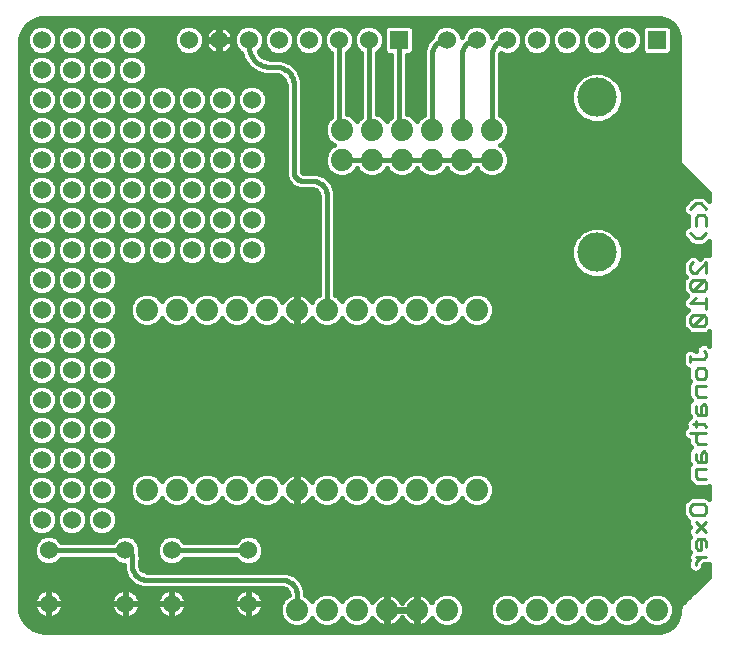
<source format=gbl>
G75*
G70*
%OFA0B0*%
%FSLAX24Y24*%
%IPPOS*%
%LPD*%
%AMOC8*
5,1,8,0,0,1.08239X$1,22.5*
%
%ADD10C,0.0100*%
%ADD11C,0.0740*%
%ADD12R,0.0600X0.0600*%
%ADD13C,0.0600*%
%ADD14C,0.1310*%
%ADD15C,0.0160*%
D10*
X022862Y004816D02*
X022952Y004726D01*
X023312Y004726D01*
X023402Y004816D01*
X023402Y004996D01*
X023312Y005086D01*
X022952Y005086D01*
X022862Y004996D01*
X022862Y004816D01*
X023042Y004497D02*
X023402Y004137D01*
X023312Y003908D02*
X023132Y003908D01*
X023042Y003818D01*
X023042Y003638D01*
X023132Y003548D01*
X023222Y003548D01*
X023222Y003908D01*
X023312Y003908D02*
X023402Y003818D01*
X023402Y003638D01*
X023402Y003319D02*
X023042Y003319D01*
X023222Y003319D02*
X023042Y003138D01*
X023042Y003048D01*
X023042Y004137D02*
X023402Y004497D01*
X023402Y005905D02*
X023132Y005905D01*
X023042Y005995D01*
X023042Y006265D01*
X023402Y006265D01*
X023402Y006494D02*
X023132Y006494D01*
X023042Y006584D01*
X023042Y006764D01*
X023222Y006764D02*
X023222Y006494D01*
X023402Y006494D02*
X023402Y006764D01*
X023312Y006854D01*
X023222Y006764D01*
X023132Y007083D02*
X023402Y007083D01*
X023132Y007083D02*
X023042Y007173D01*
X023042Y007354D01*
X023132Y007444D01*
X023042Y007656D02*
X023042Y007836D01*
X022952Y007746D02*
X023312Y007746D01*
X023402Y007656D01*
X023402Y007444D02*
X022862Y007444D01*
X023132Y008065D02*
X023402Y008065D01*
X023402Y008336D01*
X023312Y008426D01*
X023222Y008336D01*
X023222Y008065D01*
X023132Y008065D02*
X023042Y008156D01*
X023042Y008336D01*
X023132Y008655D02*
X023402Y008655D01*
X023132Y008655D02*
X023042Y008745D01*
X023042Y009015D01*
X023402Y009015D01*
X023312Y009244D02*
X023132Y009244D01*
X023042Y009334D01*
X023042Y009514D01*
X023132Y009604D01*
X023312Y009604D01*
X023402Y009514D01*
X023402Y009334D01*
X023312Y009244D01*
X023312Y009923D02*
X022862Y009923D01*
X022862Y009833D02*
X022862Y010014D01*
X023312Y009923D02*
X023402Y010014D01*
X023402Y010104D01*
X023312Y010194D01*
X023312Y011012D02*
X022952Y011012D01*
X023312Y011372D01*
X023402Y011282D01*
X023402Y011102D01*
X023312Y011012D01*
X022952Y011012D02*
X022862Y011102D01*
X022862Y011282D01*
X022952Y011372D01*
X023312Y011372D01*
X023402Y011601D02*
X023402Y011961D01*
X023402Y011781D02*
X022862Y011781D01*
X023042Y011961D01*
X022952Y012191D02*
X022862Y012281D01*
X022862Y012461D01*
X022952Y012551D01*
X023312Y012551D01*
X022952Y012191D01*
X023312Y012191D01*
X023402Y012281D01*
X023402Y012461D01*
X023312Y012551D01*
X023402Y012780D02*
X023402Y013140D01*
X023042Y012780D01*
X022952Y012780D01*
X022862Y012870D01*
X022862Y013050D01*
X022952Y013140D01*
X023042Y013942D02*
X022862Y014122D01*
X023042Y013942D02*
X023222Y013942D01*
X023402Y014122D01*
X023402Y014351D02*
X023402Y014621D01*
X023312Y014711D01*
X023132Y014711D01*
X023042Y014621D01*
X023042Y014351D01*
X022862Y014924D02*
X023042Y015104D01*
X023222Y015104D01*
X023402Y014924D01*
D11*
X016252Y016554D03*
X015252Y016554D03*
X014252Y016554D03*
X013252Y016554D03*
X012252Y016554D03*
X011252Y016554D03*
X011252Y017554D03*
X012252Y017554D03*
X013252Y017554D03*
X014252Y017554D03*
X015252Y017554D03*
X016252Y017554D03*
X015752Y011554D03*
X014752Y011554D03*
X013752Y011554D03*
X012752Y011554D03*
X011752Y011554D03*
X010752Y011554D03*
X009752Y011554D03*
X008752Y011554D03*
X007752Y011554D03*
X006752Y011554D03*
X005752Y011554D03*
X004752Y011554D03*
X004752Y005554D03*
X005752Y005554D03*
X006752Y005554D03*
X007752Y005554D03*
X008752Y005554D03*
X009752Y005554D03*
X010752Y005554D03*
X011752Y005554D03*
X012752Y005554D03*
X013752Y005554D03*
X014752Y005554D03*
X015752Y005554D03*
X016752Y001554D03*
X017752Y001554D03*
X018752Y001554D03*
X019752Y001554D03*
X020752Y001554D03*
X021752Y001554D03*
X014752Y001554D03*
X013752Y001554D03*
X012752Y001554D03*
X011752Y001554D03*
X010752Y001554D03*
X009752Y001554D03*
D12*
X013152Y020554D03*
X021752Y020554D03*
D13*
X020752Y020554D03*
X019752Y020554D03*
X018752Y020554D03*
X017752Y020554D03*
X016752Y020554D03*
X015752Y020554D03*
X014752Y020554D03*
X012152Y020554D03*
X011152Y020554D03*
X010152Y020554D03*
X009152Y020554D03*
X008152Y020554D03*
X007152Y020554D03*
X006152Y020554D03*
X004252Y020554D03*
X004252Y019554D03*
X003252Y019554D03*
X002252Y019554D03*
X001252Y019554D03*
X001252Y020554D03*
X002252Y020554D03*
X003252Y020554D03*
X003252Y018554D03*
X003252Y017554D03*
X004252Y017554D03*
X005252Y017554D03*
X006252Y017554D03*
X007252Y017554D03*
X008252Y017554D03*
X008252Y018554D03*
X007252Y018554D03*
X006252Y018554D03*
X005252Y018554D03*
X004252Y018554D03*
X002252Y018554D03*
X002252Y017554D03*
X001252Y017554D03*
X001252Y018554D03*
X001252Y016554D03*
X001252Y015554D03*
X002252Y015554D03*
X003252Y015554D03*
X004252Y015554D03*
X005252Y015554D03*
X006252Y015554D03*
X007252Y015554D03*
X008252Y015554D03*
X008252Y016554D03*
X007252Y016554D03*
X006252Y016554D03*
X005252Y016554D03*
X004252Y016554D03*
X003252Y016554D03*
X002252Y016554D03*
X002252Y014554D03*
X002252Y013554D03*
X003252Y013554D03*
X004252Y013554D03*
X005252Y013554D03*
X006252Y013554D03*
X007252Y013554D03*
X008252Y013554D03*
X008252Y014554D03*
X007252Y014554D03*
X006252Y014554D03*
X005252Y014554D03*
X004252Y014554D03*
X003252Y014554D03*
X001252Y014554D03*
X001252Y013554D03*
X001252Y012554D03*
X001252Y011554D03*
X002252Y011554D03*
X003252Y011554D03*
X003252Y012554D03*
X002252Y012554D03*
X002252Y010554D03*
X002252Y009554D03*
X003252Y009554D03*
X003252Y010554D03*
X001252Y010554D03*
X001252Y009554D03*
X001252Y008554D03*
X001252Y007554D03*
X002252Y007554D03*
X003252Y007554D03*
X003252Y008554D03*
X002252Y008554D03*
X002252Y006554D03*
X002252Y005554D03*
X003252Y005554D03*
X003252Y006554D03*
X001252Y006554D03*
X001252Y005554D03*
X001252Y004554D03*
X002252Y004554D03*
X003252Y004554D03*
X004032Y003544D03*
X005572Y003544D03*
X005572Y001764D03*
X004032Y001764D03*
X001472Y001764D03*
X001472Y003544D03*
X008132Y003544D03*
X008132Y001764D03*
D14*
X019752Y013469D03*
X019752Y018639D03*
D15*
X009528Y001030D02*
X000823Y001030D01*
X000769Y001071D02*
X000625Y001258D01*
X000534Y001475D01*
X000512Y001578D01*
X000512Y020530D01*
X000534Y020633D01*
X000625Y020850D01*
X000769Y021037D01*
X000956Y021181D01*
X001173Y021273D01*
X001276Y021294D01*
X021752Y021294D01*
X021868Y021285D01*
X022088Y021214D01*
X022275Y021078D01*
X022411Y020890D01*
X022483Y020670D01*
X022492Y020554D01*
X022492Y020513D01*
X022492Y020503D01*
X022492Y016503D01*
X022532Y016407D01*
X022605Y016334D01*
X023492Y015447D01*
X023492Y015188D01*
X023434Y015246D01*
X023363Y015316D01*
X023272Y015354D01*
X023091Y015354D01*
X022992Y015354D01*
X022966Y015343D01*
X022900Y015316D01*
X022650Y015066D01*
X022612Y014974D01*
X022612Y014874D01*
X022650Y014783D01*
X022720Y014712D01*
X022796Y014681D01*
X022792Y014671D01*
X022792Y014572D01*
X022792Y014364D01*
X022720Y014334D01*
X022650Y014264D01*
X022612Y014172D01*
X022612Y014072D01*
X022650Y013981D01*
X022900Y013730D01*
X022966Y013703D01*
X022992Y013692D01*
X023091Y013692D01*
X023272Y013692D01*
X023363Y013730D01*
X023434Y013800D01*
X023492Y013859D01*
X023492Y013373D01*
X023452Y013390D01*
X023352Y013390D01*
X023260Y013352D01*
X023171Y013263D01*
X023164Y013282D01*
X023093Y013352D01*
X023001Y013390D01*
X022902Y013390D01*
X022810Y013352D01*
X022650Y013192D01*
X022612Y013100D01*
X022612Y013000D01*
X022612Y012820D01*
X022650Y012728D01*
X022713Y012665D01*
X022650Y012602D01*
X022612Y012511D01*
X022612Y012510D01*
X022612Y012330D01*
X022612Y012231D01*
X022650Y012139D01*
X022740Y012049D01*
X022758Y012031D01*
X022650Y011923D01*
X022612Y011831D01*
X022612Y011732D01*
X022623Y011704D01*
X022650Y011640D01*
X022720Y011569D01*
X022773Y011547D01*
X022650Y011424D01*
X022612Y011332D01*
X022612Y011152D01*
X022612Y011052D01*
X022650Y010960D01*
X022740Y010870D01*
X022810Y010800D01*
X022818Y010797D01*
X022902Y010762D01*
X023362Y010762D01*
X023454Y010800D01*
X023492Y010838D01*
X023492Y010367D01*
X023454Y010406D01*
X023362Y010444D01*
X023262Y010444D01*
X023170Y010406D01*
X023100Y010335D01*
X023062Y010243D01*
X023062Y010173D01*
X023055Y010173D01*
X023003Y010225D01*
X022911Y010263D01*
X022812Y010263D01*
X022720Y010225D01*
X022650Y010155D01*
X022612Y010063D01*
X022612Y009784D01*
X022650Y009692D01*
X022720Y009621D01*
X022801Y009588D01*
X022792Y009564D01*
X022792Y009465D01*
X022792Y009284D01*
X022830Y009193D01*
X022848Y009175D01*
X022830Y009157D01*
X022792Y009065D01*
X022792Y008795D01*
X022792Y008695D01*
X022830Y008603D01*
X022893Y008540D01*
X022830Y008477D01*
X022792Y008385D01*
X022792Y008205D01*
X022792Y008106D01*
X022830Y008014D01*
X022848Y007996D01*
X022830Y007978D01*
X022824Y007964D01*
X022810Y007958D01*
X022740Y007888D01*
X022702Y007796D01*
X022702Y007697D01*
X022719Y007655D01*
X022650Y007585D01*
X022612Y007493D01*
X022612Y007394D01*
X022650Y007302D01*
X022720Y007232D01*
X022792Y007202D01*
X022792Y007124D01*
X022830Y007032D01*
X022893Y006969D01*
X022830Y006906D01*
X022792Y006814D01*
X022792Y006634D01*
X022792Y006534D01*
X022830Y006443D01*
X022848Y006425D01*
X022830Y006407D01*
X022792Y006315D01*
X022792Y006045D01*
X022792Y005945D01*
X016168Y005945D01*
X016235Y005877D02*
X016075Y006038D01*
X015865Y006124D01*
X015639Y006124D01*
X015429Y006038D01*
X015269Y005877D01*
X015252Y005837D01*
X015235Y005877D01*
X015075Y006038D01*
X014865Y006124D01*
X014639Y006124D01*
X014429Y006038D01*
X014269Y005877D01*
X014252Y005837D01*
X014235Y005877D01*
X014075Y006038D01*
X013865Y006124D01*
X013639Y006124D01*
X013429Y006038D01*
X013269Y005877D01*
X013252Y005837D01*
X013235Y005877D01*
X013075Y006038D01*
X012865Y006124D01*
X012639Y006124D01*
X012429Y006038D01*
X012269Y005877D01*
X012252Y005837D01*
X012235Y005877D01*
X012075Y006038D01*
X011865Y006124D01*
X011639Y006124D01*
X011429Y006038D01*
X011269Y005877D01*
X011252Y005837D01*
X011235Y005877D01*
X011075Y006038D01*
X010865Y006124D01*
X010639Y006124D01*
X010429Y006038D01*
X010269Y005877D01*
X010241Y005810D01*
X010218Y005866D01*
X010064Y006021D01*
X009861Y006104D01*
X009772Y006104D01*
X009772Y005575D01*
X009732Y005575D01*
X009732Y006104D01*
X009643Y006104D01*
X009440Y006021D01*
X009286Y005866D01*
X009263Y005810D01*
X009235Y005877D01*
X009075Y006038D01*
X008865Y006124D01*
X008639Y006124D01*
X008429Y006038D01*
X008269Y005877D01*
X008252Y005837D01*
X008235Y005877D01*
X008075Y006038D01*
X007865Y006124D01*
X007639Y006124D01*
X007429Y006038D01*
X007269Y005877D01*
X007252Y005837D01*
X007235Y005877D01*
X007075Y006038D01*
X006865Y006124D01*
X006639Y006124D01*
X006429Y006038D01*
X006269Y005877D01*
X006252Y005837D01*
X006235Y005877D01*
X006075Y006038D01*
X005865Y006124D01*
X005639Y006124D01*
X005429Y006038D01*
X005269Y005877D01*
X005252Y005837D01*
X005235Y005877D01*
X005075Y006038D01*
X004865Y006124D01*
X004639Y006124D01*
X004429Y006038D01*
X004269Y005877D01*
X004182Y005668D01*
X004182Y005441D01*
X004269Y005231D01*
X004429Y005071D01*
X004639Y004984D01*
X004865Y004984D01*
X005075Y005071D01*
X005235Y005231D01*
X005252Y005272D01*
X005269Y005231D01*
X005429Y005071D01*
X005639Y004984D01*
X005865Y004984D01*
X006075Y005071D01*
X006235Y005231D01*
X006252Y005272D01*
X006269Y005231D01*
X006429Y005071D01*
X006639Y004984D01*
X006865Y004984D01*
X007075Y005071D01*
X007235Y005231D01*
X007252Y005272D01*
X007269Y005231D01*
X007429Y005071D01*
X007639Y004984D01*
X007865Y004984D01*
X008075Y005071D01*
X008235Y005231D01*
X008252Y005272D01*
X008269Y005231D01*
X008429Y005071D01*
X008639Y004984D01*
X008865Y004984D01*
X009075Y005071D01*
X009235Y005231D01*
X009263Y005298D01*
X009286Y005243D01*
X009440Y005088D01*
X009643Y005004D01*
X009732Y005004D01*
X009732Y005534D01*
X009772Y005534D01*
X009772Y005004D01*
X009861Y005004D01*
X010064Y005088D01*
X010218Y005243D01*
X010241Y005298D01*
X010269Y005231D01*
X010429Y005071D01*
X010639Y004984D01*
X010865Y004984D01*
X011075Y005071D01*
X011235Y005231D01*
X011252Y005272D01*
X011269Y005231D01*
X011429Y005071D01*
X011639Y004984D01*
X011865Y004984D01*
X012075Y005071D01*
X012235Y005231D01*
X012252Y005272D01*
X012269Y005231D01*
X012429Y005071D01*
X012639Y004984D01*
X012865Y004984D01*
X013075Y005071D01*
X013235Y005231D01*
X013252Y005272D01*
X013269Y005231D01*
X013429Y005071D01*
X013639Y004984D01*
X013865Y004984D01*
X014075Y005071D01*
X014235Y005231D01*
X014252Y005272D01*
X014269Y005231D01*
X014429Y005071D01*
X014639Y004984D01*
X014865Y004984D01*
X015075Y005071D01*
X015235Y005231D01*
X015252Y005272D01*
X015269Y005231D01*
X015429Y005071D01*
X015639Y004984D01*
X015865Y004984D01*
X016075Y005071D01*
X016235Y005231D01*
X016322Y005441D01*
X016322Y005668D01*
X016235Y005877D01*
X016273Y005786D02*
X022897Y005786D01*
X022920Y005763D02*
X022990Y005693D01*
X023082Y005655D01*
X023452Y005655D01*
X023492Y005671D01*
X023492Y005260D01*
X023454Y005298D01*
X023362Y005336D01*
X023262Y005336D01*
X022902Y005336D01*
X022863Y005320D01*
X022810Y005298D01*
X022809Y005298D01*
X022650Y005138D01*
X022612Y005046D01*
X022612Y004947D01*
X022612Y004866D01*
X022612Y004766D01*
X022650Y004675D01*
X022792Y004533D01*
X022792Y004447D01*
X022830Y004356D01*
X022868Y004317D01*
X022830Y004278D01*
X022792Y004187D01*
X022792Y004087D01*
X022830Y003995D01*
X022848Y003977D01*
X022830Y003959D01*
X022792Y003868D01*
X022792Y003868D01*
X022792Y003687D01*
X022792Y003588D01*
X022830Y003496D01*
X022848Y003478D01*
X022830Y003460D01*
X022792Y003368D01*
X022792Y003269D01*
X022808Y003229D01*
X022792Y003188D01*
X022792Y002999D01*
X022830Y002907D01*
X022900Y002836D01*
X022992Y002798D01*
X023091Y002798D01*
X023183Y002836D01*
X023254Y002907D01*
X023292Y002999D01*
X023292Y003035D01*
X023325Y003069D01*
X023452Y003069D01*
X023492Y003085D01*
X023492Y002662D01*
X022532Y001702D01*
X022492Y001606D01*
X022492Y001554D01*
X022483Y001439D01*
X022411Y001218D01*
X022275Y001031D01*
X022088Y000895D01*
X021868Y000823D01*
X021752Y000814D01*
X021725Y000814D01*
X021700Y000814D01*
X001276Y000814D01*
X001173Y000836D01*
X000956Y000928D01*
X000769Y001071D01*
X000679Y001189D02*
X009312Y001189D01*
X009269Y001231D02*
X009429Y001071D01*
X009639Y000984D01*
X009865Y000984D01*
X010075Y001071D01*
X010235Y001231D01*
X010252Y001272D01*
X010269Y001231D01*
X010429Y001071D01*
X010639Y000984D01*
X010865Y000984D01*
X011075Y001071D01*
X011235Y001231D01*
X011252Y001272D01*
X011269Y001231D01*
X011429Y001071D01*
X011639Y000984D01*
X011865Y000984D01*
X012075Y001071D01*
X012235Y001231D01*
X012263Y001298D01*
X012286Y001243D01*
X012440Y001088D01*
X012643Y001004D01*
X012732Y001004D01*
X012732Y001534D01*
X012772Y001534D01*
X012772Y001004D01*
X012861Y001004D01*
X013064Y001088D01*
X013218Y001243D01*
X013252Y001324D01*
X013286Y001243D01*
X013440Y001088D01*
X013643Y001004D01*
X013732Y001004D01*
X013732Y001534D01*
X013772Y001534D01*
X013772Y001004D01*
X013861Y001004D01*
X014064Y001088D01*
X014218Y001243D01*
X014241Y001298D01*
X014269Y001231D01*
X014429Y001071D01*
X014639Y000984D01*
X014865Y000984D01*
X015075Y001071D01*
X015235Y001231D01*
X015322Y001441D01*
X015322Y001668D01*
X015235Y001877D01*
X015075Y002038D01*
X014865Y002124D01*
X014639Y002124D01*
X014429Y002038D01*
X014269Y001877D01*
X014241Y001810D01*
X014218Y001866D01*
X014064Y002021D01*
X013861Y002104D01*
X013772Y002104D01*
X013772Y001575D01*
X013732Y001575D01*
X013732Y002104D01*
X013643Y002104D01*
X013440Y002021D01*
X013286Y001866D01*
X013252Y001784D01*
X013218Y001866D01*
X013064Y002021D01*
X012861Y002104D01*
X012772Y002104D01*
X012772Y001575D01*
X012732Y001575D01*
X012732Y002104D01*
X012643Y002104D01*
X012440Y002021D01*
X012286Y001866D01*
X012263Y001811D01*
X012235Y001877D01*
X012075Y002038D01*
X011865Y002124D01*
X011639Y002124D01*
X011429Y002038D01*
X011269Y001877D01*
X011252Y001837D01*
X011235Y001877D01*
X011075Y002038D01*
X010865Y002124D01*
X010639Y002124D01*
X010429Y002038D01*
X010269Y001877D01*
X010252Y001837D01*
X010235Y001877D01*
X010075Y002038D01*
X010032Y002055D01*
X010032Y002110D01*
X010032Y002209D01*
X010032Y002209D01*
X009913Y002496D01*
X009913Y002496D01*
X009694Y002716D01*
X009694Y002716D01*
X009407Y002834D01*
X009308Y002834D01*
X009267Y002834D01*
X009252Y002834D01*
X009196Y002834D01*
X004752Y002834D01*
X004709Y002839D01*
X004630Y002871D01*
X004569Y002932D01*
X004536Y003011D01*
X004532Y003054D01*
X004532Y003080D01*
X004532Y003110D01*
X004532Y003199D01*
X004547Y003282D01*
X004519Y003414D01*
X004532Y003445D01*
X004532Y003644D01*
X004456Y003828D01*
X004315Y003968D01*
X004131Y004044D01*
X003932Y004044D01*
X003749Y003968D01*
X003608Y003828D01*
X003607Y003824D01*
X001897Y003824D01*
X001896Y003828D01*
X001755Y003968D01*
X001571Y004044D01*
X001372Y004044D01*
X001189Y003968D01*
X001048Y003828D01*
X000972Y003644D01*
X000972Y003445D01*
X001048Y003261D01*
X001189Y003120D01*
X001372Y003044D01*
X001571Y003044D01*
X001755Y003120D01*
X001896Y003261D01*
X001897Y003264D01*
X003607Y003264D01*
X003608Y003261D01*
X003749Y003120D01*
X003932Y003044D01*
X003972Y003044D01*
X003972Y002999D01*
X003972Y002899D01*
X004091Y002613D01*
X004091Y002612D01*
X004310Y002393D01*
X004310Y002393D01*
X004597Y002274D01*
X004696Y002274D01*
X009196Y002274D01*
X009252Y002274D01*
X009295Y002270D01*
X009374Y002237D01*
X009435Y002177D01*
X009468Y002097D01*
X009472Y002055D01*
X009429Y002038D01*
X009269Y001877D01*
X009182Y001668D01*
X009182Y001441D01*
X009269Y001231D01*
X009221Y001347D02*
X008379Y001347D01*
X008404Y001357D02*
X008539Y001492D01*
X008612Y001669D01*
X008612Y001744D01*
X008152Y001744D01*
X008152Y001284D01*
X008227Y001284D01*
X008404Y001357D01*
X008544Y001506D02*
X009182Y001506D01*
X009182Y001664D02*
X008610Y001664D01*
X008612Y001784D02*
X008612Y001860D01*
X008539Y002036D01*
X008404Y002171D01*
X008227Y002244D01*
X008152Y002244D01*
X008152Y001785D01*
X008112Y001785D01*
X008112Y002244D01*
X008036Y002244D01*
X007860Y002171D01*
X007725Y002036D01*
X007652Y001860D01*
X007652Y001784D01*
X008112Y001784D01*
X008112Y001744D01*
X008152Y001744D01*
X008152Y001784D01*
X008612Y001784D01*
X008612Y001823D02*
X009246Y001823D01*
X009373Y001981D02*
X008562Y001981D01*
X008435Y002140D02*
X009450Y002140D01*
X009752Y002054D02*
X009750Y002098D01*
X009744Y002141D01*
X009735Y002183D01*
X009722Y002225D01*
X009705Y002265D01*
X009685Y002304D01*
X009662Y002341D01*
X009635Y002375D01*
X009606Y002408D01*
X009573Y002437D01*
X009539Y002464D01*
X009502Y002487D01*
X009463Y002507D01*
X009423Y002524D01*
X009381Y002537D01*
X009339Y002546D01*
X009296Y002552D01*
X009252Y002554D01*
X004752Y002554D01*
X004597Y002274D02*
X004597Y002274D01*
X004539Y002298D02*
X000512Y002298D01*
X000512Y002140D02*
X001169Y002140D01*
X001200Y002171D02*
X001065Y002036D01*
X000992Y001860D01*
X000992Y001784D01*
X001452Y001784D01*
X001452Y001744D01*
X001492Y001744D01*
X001492Y001284D01*
X001567Y001284D01*
X001744Y001357D01*
X001879Y001492D01*
X001952Y001669D01*
X001952Y001744D01*
X001492Y001744D01*
X001492Y001784D01*
X001952Y001784D01*
X001952Y001860D01*
X001879Y002036D01*
X001744Y002171D01*
X001567Y002244D01*
X001492Y002244D01*
X001492Y001785D01*
X001452Y001785D01*
X001452Y002244D01*
X001376Y002244D01*
X001200Y002171D01*
X001042Y001981D02*
X000512Y001981D01*
X000512Y001823D02*
X000992Y001823D01*
X000992Y001744D02*
X000992Y001669D01*
X001065Y001492D01*
X001200Y001357D01*
X001376Y001284D01*
X001452Y001284D01*
X001452Y001744D01*
X000992Y001744D01*
X000994Y001664D02*
X000512Y001664D01*
X000527Y001506D02*
X001060Y001506D01*
X001225Y001347D02*
X000588Y001347D01*
X001089Y000871D02*
X022015Y000871D01*
X021976Y001030D02*
X022274Y001030D01*
X022192Y001189D02*
X022390Y001189D01*
X022235Y001231D02*
X022322Y001441D01*
X022322Y001668D01*
X022235Y001877D01*
X022075Y002038D01*
X021865Y002124D01*
X021639Y002124D01*
X021429Y002038D01*
X021269Y001877D01*
X021252Y001837D01*
X021235Y001877D01*
X021075Y002038D01*
X020865Y002124D01*
X020639Y002124D01*
X020429Y002038D01*
X020269Y001877D01*
X020252Y001837D01*
X020235Y001877D01*
X020075Y002038D01*
X019865Y002124D01*
X019639Y002124D01*
X019429Y002038D01*
X019269Y001877D01*
X019252Y001837D01*
X019235Y001877D01*
X019075Y002038D01*
X018865Y002124D01*
X018639Y002124D01*
X018429Y002038D01*
X018269Y001877D01*
X018252Y001837D01*
X018235Y001877D01*
X018075Y002038D01*
X017865Y002124D01*
X017639Y002124D01*
X017429Y002038D01*
X017269Y001877D01*
X017252Y001837D01*
X017235Y001877D01*
X017075Y002038D01*
X016865Y002124D01*
X016639Y002124D01*
X016429Y002038D01*
X016269Y001877D01*
X016182Y001668D01*
X016182Y001441D01*
X016269Y001231D01*
X016429Y001071D01*
X016639Y000984D01*
X016865Y000984D01*
X017075Y001071D01*
X017235Y001231D01*
X017252Y001272D01*
X017269Y001231D01*
X017429Y001071D01*
X017639Y000984D01*
X017865Y000984D01*
X018075Y001071D01*
X018235Y001231D01*
X018252Y001272D01*
X018269Y001231D01*
X018429Y001071D01*
X018639Y000984D01*
X018865Y000984D01*
X019075Y001071D01*
X019235Y001231D01*
X019252Y001272D01*
X019269Y001231D01*
X019429Y001071D01*
X019639Y000984D01*
X019865Y000984D01*
X020075Y001071D01*
X020235Y001231D01*
X020252Y001272D01*
X020269Y001231D01*
X020429Y001071D01*
X020639Y000984D01*
X020865Y000984D01*
X021075Y001071D01*
X021235Y001231D01*
X021252Y001272D01*
X021269Y001231D01*
X021429Y001071D01*
X021639Y000984D01*
X021865Y000984D01*
X022075Y001071D01*
X022235Y001231D01*
X022283Y001347D02*
X022453Y001347D01*
X022488Y001506D02*
X022322Y001506D01*
X022322Y001664D02*
X022516Y001664D01*
X022653Y001823D02*
X022258Y001823D01*
X022131Y001981D02*
X022811Y001981D01*
X022970Y002140D02*
X010032Y002140D01*
X009995Y002298D02*
X023128Y002298D01*
X023287Y002457D02*
X009929Y002457D01*
X009794Y002615D02*
X023445Y002615D01*
X023492Y002774D02*
X009553Y002774D01*
X009407Y002834D02*
X009407Y002834D01*
X009752Y002054D02*
X009752Y001554D01*
X010131Y001981D02*
X010373Y001981D01*
X011131Y001981D02*
X011373Y001981D01*
X012131Y001981D02*
X012401Y001981D01*
X012268Y001823D02*
X012258Y001823D01*
X012732Y001823D02*
X012772Y001823D01*
X012772Y001981D02*
X012732Y001981D01*
X012732Y001664D02*
X012772Y001664D01*
X012772Y001574D02*
X013202Y001574D01*
X013732Y001574D01*
X013732Y001534D01*
X013202Y001534D01*
X012772Y001534D01*
X012772Y001574D01*
X012772Y001506D02*
X012732Y001506D01*
X012732Y001347D02*
X012772Y001347D01*
X012772Y001189D02*
X012732Y001189D01*
X012732Y001030D02*
X012772Y001030D01*
X012923Y001030D02*
X013581Y001030D01*
X013732Y001030D02*
X013772Y001030D01*
X013923Y001030D02*
X014528Y001030D01*
X014312Y001189D02*
X014164Y001189D01*
X013772Y001189D02*
X013732Y001189D01*
X013732Y001347D02*
X013772Y001347D01*
X013772Y001506D02*
X013732Y001506D01*
X013732Y001664D02*
X013772Y001664D01*
X013772Y001823D02*
X013732Y001823D01*
X013732Y001981D02*
X013772Y001981D01*
X014103Y001981D02*
X014373Y001981D01*
X014246Y001823D02*
X014236Y001823D01*
X013401Y001981D02*
X013103Y001981D01*
X013236Y001823D02*
X013268Y001823D01*
X013340Y001189D02*
X013164Y001189D01*
X012581Y001030D02*
X011976Y001030D01*
X012192Y001189D02*
X012340Y001189D01*
X011528Y001030D02*
X010976Y001030D01*
X011192Y001189D02*
X011312Y001189D01*
X010528Y001030D02*
X009976Y001030D01*
X010192Y001189D02*
X010312Y001189D01*
X008344Y003091D02*
X022792Y003091D01*
X022792Y003188D02*
X022792Y003188D01*
X022800Y003250D02*
X008544Y003250D01*
X008556Y003261D02*
X008632Y003445D01*
X008632Y003644D01*
X008556Y003828D01*
X008415Y003968D01*
X008231Y004044D01*
X008032Y004044D01*
X007849Y003968D01*
X007708Y003828D01*
X007707Y003824D01*
X005997Y003824D01*
X005996Y003828D01*
X005855Y003968D01*
X005671Y004044D01*
X005472Y004044D01*
X005289Y003968D01*
X005148Y003828D01*
X005072Y003644D01*
X005072Y003445D01*
X005148Y003261D01*
X005289Y003120D01*
X005472Y003044D01*
X005671Y003044D01*
X005855Y003120D01*
X005996Y003261D01*
X005997Y003264D01*
X007707Y003264D01*
X007708Y003261D01*
X007849Y003120D01*
X008032Y003044D01*
X008231Y003044D01*
X008415Y003120D01*
X008556Y003261D01*
X008617Y003408D02*
X022808Y003408D01*
X022800Y003567D02*
X008632Y003567D01*
X008598Y003725D02*
X022792Y003725D01*
X022798Y003884D02*
X008500Y003884D01*
X008236Y004042D02*
X022810Y004042D01*
X022798Y004201D02*
X003606Y004201D01*
X003676Y004271D02*
X003535Y004130D01*
X003351Y004054D01*
X003152Y004054D01*
X002969Y004130D01*
X002828Y004271D01*
X002752Y004455D01*
X002752Y004654D01*
X002828Y004838D01*
X002969Y004978D01*
X003152Y005054D01*
X003351Y005054D01*
X003535Y004978D01*
X003676Y004838D01*
X003752Y004654D01*
X003752Y004455D01*
X003676Y004271D01*
X003712Y004359D02*
X022828Y004359D01*
X022792Y004518D02*
X003752Y004518D01*
X003743Y004676D02*
X022649Y004676D01*
X022612Y004835D02*
X003677Y004835D01*
X003498Y004994D02*
X004616Y004994D01*
X004348Y005152D02*
X003557Y005152D01*
X003535Y005130D02*
X003676Y005271D01*
X003752Y005455D01*
X003752Y005654D01*
X003676Y005838D01*
X003535Y005978D01*
X003351Y006054D01*
X003152Y006054D01*
X002969Y005978D01*
X002828Y005838D01*
X002752Y005654D01*
X002752Y005455D01*
X002828Y005271D01*
X002969Y005130D01*
X003152Y005054D01*
X003351Y005054D01*
X003535Y005130D01*
X003692Y005311D02*
X004236Y005311D01*
X004182Y005469D02*
X003752Y005469D01*
X003752Y005628D02*
X004182Y005628D01*
X004231Y005786D02*
X003697Y005786D01*
X003569Y005945D02*
X004336Y005945D01*
X004588Y006103D02*
X003470Y006103D01*
X003535Y006130D02*
X003676Y006271D01*
X003752Y006455D01*
X003752Y006654D01*
X003676Y006838D01*
X003535Y006978D01*
X003351Y007054D01*
X003152Y007054D01*
X002969Y006978D01*
X002828Y006838D01*
X002752Y006654D01*
X002676Y006838D01*
X002535Y006978D01*
X002351Y007054D01*
X002152Y007054D01*
X001969Y006978D01*
X001828Y006838D01*
X001752Y006654D01*
X001676Y006838D01*
X001535Y006978D01*
X001351Y007054D01*
X001152Y007054D01*
X000969Y006978D01*
X000828Y006838D01*
X000752Y006654D01*
X000752Y006455D01*
X000828Y006271D01*
X000969Y006130D01*
X001152Y006054D01*
X000969Y005978D01*
X000828Y005838D01*
X000752Y005654D01*
X000752Y005455D01*
X000828Y005271D01*
X000969Y005130D01*
X001152Y005054D01*
X000969Y004978D01*
X000828Y004838D01*
X000752Y004654D01*
X000752Y004455D01*
X000828Y004271D01*
X000969Y004130D01*
X001152Y004054D01*
X001351Y004054D01*
X001535Y004130D01*
X001676Y004271D01*
X001752Y004455D01*
X001828Y004271D01*
X001969Y004130D01*
X002152Y004054D01*
X002351Y004054D01*
X002535Y004130D01*
X002676Y004271D01*
X002752Y004455D01*
X002752Y004654D01*
X002676Y004838D01*
X002535Y004978D01*
X002351Y005054D01*
X002152Y005054D01*
X001969Y004978D01*
X001828Y004838D01*
X001752Y004654D01*
X001752Y004455D01*
X001752Y004654D01*
X001676Y004838D01*
X001535Y004978D01*
X001351Y005054D01*
X001152Y005054D01*
X001351Y005054D01*
X001535Y005130D01*
X001676Y005271D01*
X001752Y005455D01*
X001828Y005271D01*
X001969Y005130D01*
X002152Y005054D01*
X002351Y005054D01*
X002535Y005130D01*
X002676Y005271D01*
X002752Y005455D01*
X002752Y005654D01*
X002676Y005838D01*
X002535Y005978D01*
X002351Y006054D01*
X002152Y006054D01*
X001969Y005978D01*
X001828Y005838D01*
X001752Y005654D01*
X001752Y005455D01*
X001752Y005654D01*
X001676Y005838D01*
X001535Y005978D01*
X001351Y006054D01*
X001152Y006054D01*
X001351Y006054D01*
X001535Y006130D01*
X001676Y006271D01*
X001752Y006455D01*
X001752Y006654D01*
X001752Y006455D01*
X001828Y006271D01*
X001969Y006130D01*
X002152Y006054D01*
X002351Y006054D01*
X002535Y006130D01*
X002676Y006271D01*
X002752Y006455D01*
X002752Y006654D01*
X002752Y006455D01*
X002828Y006271D01*
X002969Y006130D01*
X003152Y006054D01*
X003351Y006054D01*
X003535Y006130D01*
X003667Y006262D02*
X022792Y006262D01*
X022792Y006103D02*
X015916Y006103D01*
X015588Y006103D02*
X014916Y006103D01*
X015168Y005945D02*
X015336Y005945D01*
X014588Y006103D02*
X013916Y006103D01*
X014168Y005945D02*
X014336Y005945D01*
X013588Y006103D02*
X012916Y006103D01*
X013168Y005945D02*
X013336Y005945D01*
X012588Y006103D02*
X011916Y006103D01*
X012168Y005945D02*
X012336Y005945D01*
X011588Y006103D02*
X010916Y006103D01*
X011168Y005945D02*
X011336Y005945D01*
X010588Y006103D02*
X009864Y006103D01*
X009772Y006103D02*
X009732Y006103D01*
X009640Y006103D02*
X008916Y006103D01*
X009168Y005945D02*
X009365Y005945D01*
X009732Y005945D02*
X009772Y005945D01*
X009772Y005786D02*
X009732Y005786D01*
X009732Y005628D02*
X009772Y005628D01*
X009772Y005469D02*
X009732Y005469D01*
X009732Y005311D02*
X009772Y005311D01*
X009772Y005152D02*
X009732Y005152D01*
X009376Y005152D02*
X009156Y005152D01*
X008888Y004994D02*
X010616Y004994D01*
X010888Y004994D02*
X011616Y004994D01*
X011888Y004994D02*
X012616Y004994D01*
X012888Y004994D02*
X013616Y004994D01*
X013888Y004994D02*
X014616Y004994D01*
X014348Y005152D02*
X014156Y005152D01*
X014888Y004994D02*
X015616Y004994D01*
X015888Y004994D02*
X022612Y004994D01*
X022664Y005152D02*
X016156Y005152D01*
X016268Y005311D02*
X022840Y005311D01*
X022810Y005298D02*
X022810Y005298D01*
X022920Y005763D02*
X022830Y005853D01*
X022792Y005945D01*
X022844Y006420D02*
X003738Y006420D01*
X003752Y006579D02*
X022792Y006579D01*
X022792Y006738D02*
X003717Y006738D01*
X003617Y006896D02*
X022826Y006896D01*
X022820Y007055D02*
X003352Y007055D01*
X003351Y007054D02*
X003535Y007130D01*
X003676Y007271D01*
X003752Y007455D01*
X003752Y007654D01*
X003676Y007838D01*
X003535Y007978D01*
X003351Y008054D01*
X003152Y008054D01*
X002969Y007978D01*
X002828Y007838D01*
X002752Y007654D01*
X002752Y007455D01*
X002828Y007271D01*
X002969Y007130D01*
X003152Y007054D01*
X003351Y007054D01*
X003152Y007055D02*
X002352Y007055D01*
X002351Y007054D02*
X002535Y007130D01*
X002676Y007271D01*
X002752Y007455D01*
X002752Y007654D01*
X002676Y007838D01*
X002535Y007978D01*
X002351Y008054D01*
X002152Y008054D01*
X001969Y007978D01*
X001828Y007838D01*
X001752Y007654D01*
X001752Y007455D01*
X001828Y007271D01*
X001969Y007130D01*
X002152Y007054D01*
X002351Y007054D01*
X002152Y007055D02*
X001352Y007055D01*
X001351Y007054D02*
X001535Y007130D01*
X001676Y007271D01*
X001752Y007455D01*
X001752Y007654D01*
X001676Y007838D01*
X001535Y007978D01*
X001351Y008054D01*
X001152Y008054D01*
X000969Y007978D01*
X000828Y007838D01*
X000752Y007654D01*
X000752Y007455D01*
X000828Y007271D01*
X000969Y007130D01*
X001152Y007054D01*
X001351Y007054D01*
X001152Y007055D02*
X000512Y007055D01*
X000512Y007213D02*
X000886Y007213D01*
X000786Y007372D02*
X000512Y007372D01*
X000512Y007530D02*
X000752Y007530D01*
X000766Y007689D02*
X000512Y007689D01*
X000512Y007847D02*
X000838Y007847D01*
X001036Y008006D02*
X000512Y008006D01*
X000512Y008164D02*
X000935Y008164D01*
X000969Y008130D02*
X001152Y008054D01*
X001351Y008054D01*
X001535Y008130D01*
X001676Y008271D01*
X001752Y008455D01*
X001752Y008654D01*
X001676Y008838D01*
X001535Y008978D01*
X001351Y009054D01*
X001152Y009054D01*
X000969Y008978D01*
X000828Y008838D01*
X000752Y008654D01*
X000752Y008455D01*
X000828Y008271D01*
X000969Y008130D01*
X000807Y008323D02*
X000512Y008323D01*
X000512Y008481D02*
X000752Y008481D01*
X000752Y008640D02*
X000512Y008640D01*
X000512Y008799D02*
X000812Y008799D01*
X000948Y008957D02*
X000512Y008957D01*
X000512Y009116D02*
X001004Y009116D01*
X000969Y009130D02*
X001152Y009054D01*
X001351Y009054D01*
X001535Y009130D01*
X001676Y009271D01*
X001752Y009455D01*
X001828Y009271D01*
X001969Y009130D01*
X002152Y009054D01*
X001969Y008978D01*
X001828Y008838D01*
X001752Y008654D01*
X001752Y008455D01*
X001828Y008271D01*
X001969Y008130D01*
X002152Y008054D01*
X002351Y008054D01*
X002535Y008130D01*
X002676Y008271D01*
X002752Y008455D01*
X002752Y008654D01*
X002676Y008838D01*
X002535Y008978D01*
X002351Y009054D01*
X002152Y009054D01*
X002351Y009054D01*
X002535Y009130D01*
X002676Y009271D01*
X002752Y009455D01*
X002828Y009271D01*
X002969Y009130D01*
X003152Y009054D01*
X002969Y008978D01*
X002828Y008838D01*
X002752Y008654D01*
X002752Y008455D01*
X002828Y008271D01*
X002969Y008130D01*
X003152Y008054D01*
X003351Y008054D01*
X003535Y008130D01*
X003676Y008271D01*
X003752Y008455D01*
X003752Y008654D01*
X003676Y008838D01*
X003535Y008978D01*
X003351Y009054D01*
X003152Y009054D01*
X003351Y009054D01*
X003535Y009130D01*
X003676Y009271D01*
X003752Y009455D01*
X003752Y009654D01*
X003676Y009838D01*
X003535Y009978D01*
X003351Y010054D01*
X003152Y010054D01*
X002969Y009978D01*
X002828Y009838D01*
X002752Y009654D01*
X002752Y009455D01*
X002752Y009654D01*
X002676Y009838D01*
X002535Y009978D01*
X002351Y010054D01*
X002152Y010054D01*
X001969Y009978D01*
X001828Y009838D01*
X001752Y009654D01*
X001752Y009455D01*
X001752Y009654D01*
X001676Y009838D01*
X001535Y009978D01*
X001351Y010054D01*
X001152Y010054D01*
X000969Y009978D01*
X000828Y009838D01*
X000752Y009654D01*
X000752Y009455D01*
X000828Y009271D01*
X000969Y009130D01*
X000827Y009274D02*
X000512Y009274D01*
X000512Y009433D02*
X000761Y009433D01*
X000752Y009591D02*
X000512Y009591D01*
X000512Y009750D02*
X000792Y009750D01*
X000899Y009908D02*
X000512Y009908D01*
X000512Y010067D02*
X001122Y010067D01*
X001152Y010054D02*
X001351Y010054D01*
X001535Y010130D01*
X001676Y010271D01*
X001752Y010455D01*
X001752Y010654D01*
X001676Y010838D01*
X001535Y010978D01*
X001351Y011054D01*
X001152Y011054D01*
X000969Y010978D01*
X000828Y010838D01*
X000752Y010654D01*
X000752Y010455D01*
X000828Y010271D01*
X000969Y010130D01*
X001152Y010054D01*
X001382Y010067D02*
X002122Y010067D01*
X002152Y010054D02*
X002351Y010054D01*
X002535Y010130D01*
X002676Y010271D01*
X002752Y010455D01*
X002752Y010654D01*
X002676Y010838D01*
X002535Y010978D01*
X002351Y011054D01*
X002152Y011054D01*
X001969Y010978D01*
X001828Y010838D01*
X001752Y010654D01*
X001752Y010455D01*
X001828Y010271D01*
X001969Y010130D01*
X002152Y010054D01*
X002382Y010067D02*
X003122Y010067D01*
X003152Y010054D02*
X003351Y010054D01*
X003535Y010130D01*
X003676Y010271D01*
X003752Y010455D01*
X003752Y010654D01*
X003676Y010838D01*
X003535Y010978D01*
X003351Y011054D01*
X003152Y011054D01*
X002969Y010978D01*
X002828Y010838D01*
X002752Y010654D01*
X002752Y010455D01*
X002828Y010271D01*
X002969Y010130D01*
X003152Y010054D01*
X003382Y010067D02*
X022613Y010067D01*
X022612Y009908D02*
X003605Y009908D01*
X003712Y009750D02*
X022626Y009750D01*
X022793Y009591D02*
X003752Y009591D01*
X003743Y009433D02*
X022792Y009433D01*
X022796Y009274D02*
X003677Y009274D01*
X003499Y009116D02*
X022813Y009116D01*
X022792Y008957D02*
X003556Y008957D01*
X003692Y008799D02*
X022792Y008799D01*
X022814Y008640D02*
X003752Y008640D01*
X003752Y008481D02*
X022834Y008481D01*
X022792Y008323D02*
X003697Y008323D01*
X003569Y008164D02*
X022792Y008164D01*
X022838Y008006D02*
X003468Y008006D01*
X003666Y007847D02*
X022723Y007847D01*
X022705Y007689D02*
X003737Y007689D01*
X003752Y007530D02*
X022627Y007530D01*
X022621Y007372D02*
X003717Y007372D01*
X003618Y007213D02*
X022765Y007213D01*
X023492Y005628D02*
X016322Y005628D01*
X016322Y005469D02*
X023492Y005469D01*
X023492Y005311D02*
X023424Y005311D01*
X023492Y002932D02*
X023264Y002932D01*
X022819Y002932D02*
X004569Y002932D01*
X004532Y003091D02*
X005360Y003091D01*
X005160Y003250D02*
X004541Y003250D01*
X004520Y003408D02*
X005087Y003408D01*
X005072Y003567D02*
X004532Y003567D01*
X004498Y003725D02*
X005106Y003725D01*
X005204Y003884D02*
X004400Y003884D01*
X004136Y004042D02*
X005468Y004042D01*
X005676Y004042D02*
X008028Y004042D01*
X007764Y003884D02*
X005940Y003884D01*
X005572Y003544D02*
X008132Y003544D01*
X007720Y003250D02*
X005984Y003250D01*
X005784Y003091D02*
X007920Y003091D01*
X007829Y002140D02*
X005875Y002140D01*
X005844Y002171D02*
X005979Y002036D01*
X006052Y001860D01*
X006052Y001784D01*
X005592Y001784D01*
X005592Y001744D01*
X005592Y001284D01*
X005667Y001284D01*
X005844Y001357D01*
X005979Y001492D01*
X006052Y001669D01*
X006052Y001744D01*
X005592Y001744D01*
X005552Y001744D01*
X005552Y001284D01*
X005476Y001284D01*
X005300Y001357D01*
X005165Y001492D01*
X005092Y001669D01*
X005092Y001744D01*
X005552Y001744D01*
X005552Y001784D01*
X005092Y001784D01*
X005092Y001860D01*
X005165Y002036D01*
X005300Y002171D01*
X005476Y002244D01*
X005552Y002244D01*
X005552Y001785D01*
X005592Y001785D01*
X005592Y002244D01*
X005667Y002244D01*
X005844Y002171D01*
X006002Y001981D02*
X007702Y001981D01*
X007652Y001823D02*
X006052Y001823D01*
X006050Y001664D02*
X007654Y001664D01*
X007652Y001669D02*
X007725Y001492D01*
X007860Y001357D01*
X008036Y001284D01*
X008112Y001284D01*
X008112Y001744D01*
X007652Y001744D01*
X007652Y001669D01*
X007720Y001506D02*
X005984Y001506D01*
X005819Y001347D02*
X007885Y001347D01*
X008112Y001347D02*
X008152Y001347D01*
X008152Y001506D02*
X008112Y001506D01*
X008112Y001664D02*
X008152Y001664D01*
X008152Y001823D02*
X008112Y001823D01*
X008112Y001981D02*
X008152Y001981D01*
X008152Y002140D02*
X008112Y002140D01*
X005592Y002140D02*
X005552Y002140D01*
X005552Y001981D02*
X005592Y001981D01*
X005592Y001823D02*
X005552Y001823D01*
X005552Y001664D02*
X005592Y001664D01*
X005592Y001506D02*
X005552Y001506D01*
X005552Y001347D02*
X005592Y001347D01*
X005325Y001347D02*
X004279Y001347D01*
X004304Y001357D02*
X004439Y001492D01*
X004512Y001669D01*
X004512Y001744D01*
X004052Y001744D01*
X004052Y001284D01*
X004127Y001284D01*
X004304Y001357D01*
X004444Y001506D02*
X005160Y001506D01*
X005094Y001664D02*
X004510Y001664D01*
X004512Y001784D02*
X004512Y001860D01*
X004439Y002036D01*
X004304Y002171D01*
X004127Y002244D01*
X004052Y002244D01*
X004052Y001785D01*
X004012Y001785D01*
X004012Y002244D01*
X003936Y002244D01*
X003760Y002171D01*
X003625Y002036D01*
X003552Y001860D01*
X003552Y001784D01*
X004012Y001784D01*
X004012Y001744D01*
X004052Y001744D01*
X004052Y001784D01*
X004512Y001784D01*
X004512Y001823D02*
X005092Y001823D01*
X005142Y001981D02*
X004462Y001981D01*
X004335Y002140D02*
X005269Y002140D01*
X004752Y002554D02*
X004708Y002556D01*
X004665Y002562D01*
X004623Y002571D01*
X004581Y002584D01*
X004541Y002601D01*
X004502Y002621D01*
X004465Y002644D01*
X004431Y002671D01*
X004398Y002700D01*
X004369Y002733D01*
X004342Y002767D01*
X004319Y002804D01*
X004299Y002843D01*
X004282Y002883D01*
X004269Y002925D01*
X004260Y002967D01*
X004254Y003010D01*
X004252Y003054D01*
X004252Y003224D01*
X004256Y003254D01*
X004257Y003285D01*
X004254Y003316D01*
X004247Y003346D01*
X004238Y003375D01*
X004225Y003403D01*
X004209Y003430D01*
X004190Y003454D01*
X004168Y003476D01*
X004144Y003496D01*
X004119Y003513D01*
X004091Y003526D01*
X004062Y003537D01*
X004032Y003544D01*
X001472Y003544D01*
X001840Y003884D02*
X003664Y003884D01*
X003928Y004042D02*
X001576Y004042D01*
X001606Y004201D02*
X001898Y004201D01*
X001791Y004359D02*
X001712Y004359D01*
X001752Y004518D02*
X001752Y004518D01*
X001743Y004676D02*
X001761Y004676D01*
X001827Y004835D02*
X001677Y004835D01*
X001498Y004994D02*
X002006Y004994D01*
X001947Y005152D02*
X001557Y005152D01*
X001692Y005311D02*
X001812Y005311D01*
X001752Y005469D02*
X001752Y005469D01*
X001752Y005628D02*
X001752Y005628D01*
X001697Y005786D02*
X001807Y005786D01*
X001935Y005945D02*
X001569Y005945D01*
X001470Y006103D02*
X002034Y006103D01*
X001837Y006262D02*
X001667Y006262D01*
X001738Y006420D02*
X001766Y006420D01*
X001752Y006579D02*
X001752Y006579D01*
X001717Y006738D02*
X001787Y006738D01*
X001887Y006896D02*
X001617Y006896D01*
X001618Y007213D02*
X001886Y007213D01*
X001786Y007372D02*
X001717Y007372D01*
X001752Y007530D02*
X001752Y007530D01*
X001737Y007689D02*
X001766Y007689D01*
X001838Y007847D02*
X001666Y007847D01*
X001468Y008006D02*
X002036Y008006D01*
X001935Y008164D02*
X001569Y008164D01*
X001697Y008323D02*
X001807Y008323D01*
X001752Y008481D02*
X001752Y008481D01*
X001752Y008640D02*
X001752Y008640D01*
X001692Y008799D02*
X001812Y008799D01*
X001948Y008957D02*
X001556Y008957D01*
X001499Y009116D02*
X002004Y009116D01*
X001827Y009274D02*
X001677Y009274D01*
X001743Y009433D02*
X001761Y009433D01*
X001752Y009591D02*
X001752Y009591D01*
X001712Y009750D02*
X001792Y009750D01*
X001899Y009908D02*
X001605Y009908D01*
X001630Y010225D02*
X001874Y010225D01*
X001781Y010384D02*
X001723Y010384D01*
X001752Y010543D02*
X001752Y010543D01*
X001732Y010701D02*
X001772Y010701D01*
X001850Y010860D02*
X001654Y010860D01*
X001439Y011018D02*
X002065Y011018D01*
X002152Y011054D02*
X002351Y011054D01*
X002535Y011130D01*
X002676Y011271D01*
X002752Y011455D01*
X002752Y011654D01*
X002676Y011838D01*
X002535Y011978D01*
X002351Y012054D01*
X002152Y012054D01*
X001969Y011978D01*
X001828Y011838D01*
X001752Y011654D01*
X001676Y011838D01*
X001535Y011978D01*
X001351Y012054D01*
X001152Y012054D01*
X000969Y011978D01*
X000828Y011838D01*
X000752Y011654D01*
X000752Y011455D01*
X000828Y011271D01*
X000969Y011130D01*
X001152Y011054D01*
X001351Y011054D01*
X001535Y011130D01*
X001676Y011271D01*
X001752Y011455D01*
X001752Y011654D01*
X001752Y011455D01*
X001828Y011271D01*
X001969Y011130D01*
X002152Y011054D01*
X001922Y011177D02*
X001581Y011177D01*
X001702Y011335D02*
X001801Y011335D01*
X001752Y011494D02*
X001752Y011494D01*
X001752Y011652D02*
X001752Y011652D01*
X001687Y011811D02*
X001817Y011811D01*
X001960Y011969D02*
X001544Y011969D01*
X001529Y012128D02*
X001975Y012128D01*
X001969Y012130D02*
X002152Y012054D01*
X002351Y012054D01*
X002535Y012130D01*
X002676Y012271D01*
X002752Y012455D01*
X002828Y012271D01*
X002969Y012130D01*
X003152Y012054D01*
X002969Y011978D01*
X002828Y011838D01*
X002752Y011654D01*
X002752Y011455D01*
X002828Y011271D01*
X002969Y011130D01*
X003152Y011054D01*
X003351Y011054D01*
X003535Y011130D01*
X003676Y011271D01*
X003752Y011455D01*
X003752Y011654D01*
X003676Y011838D01*
X003535Y011978D01*
X003351Y012054D01*
X003152Y012054D01*
X003351Y012054D01*
X003535Y012130D01*
X003676Y012271D01*
X003752Y012455D01*
X003752Y012654D01*
X003676Y012838D01*
X003535Y012978D01*
X003351Y013054D01*
X003152Y013054D01*
X002969Y012978D01*
X002828Y012838D01*
X002752Y012654D01*
X002752Y012455D01*
X002752Y012654D01*
X002676Y012838D01*
X002535Y012978D01*
X002351Y013054D01*
X002152Y013054D01*
X001969Y012978D01*
X001828Y012838D01*
X001752Y012654D01*
X001752Y012455D01*
X001828Y012271D01*
X001969Y012130D01*
X001822Y012287D02*
X001682Y012287D01*
X001676Y012271D02*
X001752Y012455D01*
X001752Y012654D01*
X001676Y012838D01*
X001535Y012978D01*
X001351Y013054D01*
X001152Y013054D01*
X000969Y012978D01*
X000828Y012838D01*
X000752Y012654D01*
X000752Y012455D01*
X000828Y012271D01*
X000969Y012130D01*
X001152Y012054D01*
X001351Y012054D01*
X001535Y012130D01*
X001676Y012271D01*
X001748Y012445D02*
X001756Y012445D01*
X001752Y012604D02*
X001752Y012604D01*
X001707Y012762D02*
X001797Y012762D01*
X001911Y012921D02*
X001593Y012921D01*
X001535Y013130D02*
X001351Y013054D01*
X001152Y013054D01*
X000969Y013130D01*
X000828Y013271D01*
X000752Y013455D01*
X000752Y013654D01*
X000828Y013838D01*
X000969Y013978D01*
X001152Y014054D01*
X001351Y014054D01*
X001535Y013978D01*
X001676Y013838D01*
X001752Y013654D01*
X001752Y013455D01*
X001828Y013271D01*
X001969Y013130D01*
X002152Y013054D01*
X002351Y013054D01*
X002535Y013130D01*
X002676Y013271D01*
X002752Y013455D01*
X002828Y013271D01*
X002969Y013130D01*
X003152Y013054D01*
X003351Y013054D01*
X003535Y013130D01*
X003676Y013271D01*
X003752Y013455D01*
X003828Y013271D01*
X003969Y013130D01*
X004152Y013054D01*
X004351Y013054D01*
X004535Y013130D01*
X004676Y013271D01*
X004752Y013455D01*
X004828Y013271D01*
X004969Y013130D01*
X005152Y013054D01*
X005351Y013054D01*
X005535Y013130D01*
X005676Y013271D01*
X005752Y013455D01*
X005828Y013271D01*
X005969Y013130D01*
X006152Y013054D01*
X006351Y013054D01*
X006535Y013130D01*
X006676Y013271D01*
X006752Y013455D01*
X006828Y013271D01*
X006969Y013130D01*
X007152Y013054D01*
X007351Y013054D01*
X007535Y013130D01*
X007676Y013271D01*
X007752Y013455D01*
X007828Y013271D01*
X007969Y013130D01*
X008152Y013054D01*
X008351Y013054D01*
X008535Y013130D01*
X008676Y013271D01*
X008752Y013455D01*
X008752Y013654D01*
X008676Y013838D01*
X008535Y013978D01*
X008351Y014054D01*
X008535Y014130D01*
X008676Y014271D01*
X008752Y014455D01*
X008752Y014654D01*
X008676Y014838D01*
X008535Y014978D01*
X008351Y015054D01*
X008535Y015130D01*
X008676Y015271D01*
X008752Y015455D01*
X008752Y015654D01*
X008676Y015838D01*
X008535Y015978D01*
X008351Y016054D01*
X008535Y016130D01*
X008676Y016271D01*
X008752Y016455D01*
X008752Y016654D01*
X008676Y016838D01*
X008535Y016978D01*
X008351Y017054D01*
X008152Y017054D01*
X007969Y016978D01*
X007828Y016838D01*
X007752Y016654D01*
X007676Y016838D01*
X007535Y016978D01*
X007351Y017054D01*
X007152Y017054D01*
X006969Y016978D01*
X006828Y016838D01*
X006752Y016654D01*
X006676Y016838D01*
X006535Y016978D01*
X006351Y017054D01*
X006152Y017054D01*
X005969Y016978D01*
X005828Y016838D01*
X005752Y016654D01*
X005676Y016838D01*
X005535Y016978D01*
X005351Y017054D01*
X005152Y017054D01*
X004969Y016978D01*
X004828Y016838D01*
X004752Y016654D01*
X004676Y016838D01*
X004535Y016978D01*
X004351Y017054D01*
X004152Y017054D01*
X003969Y016978D01*
X003828Y016838D01*
X003752Y016654D01*
X003752Y016455D01*
X003828Y016271D01*
X003969Y016130D01*
X004152Y016054D01*
X003969Y015978D01*
X003828Y015838D01*
X003752Y015654D01*
X003676Y015838D01*
X003535Y015978D01*
X003351Y016054D01*
X003152Y016054D01*
X002969Y015978D01*
X002828Y015838D01*
X002752Y015654D01*
X002752Y015455D01*
X002828Y015271D01*
X002969Y015130D01*
X003152Y015054D01*
X002969Y014978D01*
X002828Y014838D01*
X002752Y014654D01*
X002676Y014838D01*
X002535Y014978D01*
X002351Y015054D01*
X002535Y015130D01*
X002676Y015271D01*
X002752Y015455D01*
X002752Y015654D01*
X002676Y015838D01*
X002535Y015978D01*
X002351Y016054D01*
X002535Y016130D01*
X002676Y016271D01*
X002752Y016455D01*
X002828Y016271D01*
X002969Y016130D01*
X003152Y016054D01*
X003351Y016054D01*
X003535Y016130D01*
X003676Y016271D01*
X003752Y016455D01*
X003752Y016654D01*
X003676Y016838D01*
X003535Y016978D01*
X003351Y017054D01*
X003152Y017054D01*
X002969Y016978D01*
X002828Y016838D01*
X002752Y016654D01*
X002752Y016455D01*
X002752Y016654D01*
X002676Y016838D01*
X002535Y016978D01*
X002351Y017054D01*
X002152Y017054D01*
X001969Y016978D01*
X001828Y016838D01*
X001752Y016654D01*
X001676Y016838D01*
X001535Y016978D01*
X001351Y017054D01*
X001152Y017054D01*
X000969Y016978D01*
X000828Y016838D01*
X000752Y016654D01*
X000752Y016455D01*
X000828Y016271D01*
X000969Y016130D01*
X001152Y016054D01*
X000969Y015978D01*
X000828Y015838D01*
X000752Y015654D01*
X000752Y015455D01*
X000828Y015271D01*
X000969Y015130D01*
X001152Y015054D01*
X000969Y014978D01*
X000828Y014838D01*
X000752Y014654D01*
X000752Y014455D01*
X000828Y014271D01*
X000969Y014130D01*
X001152Y014054D01*
X001351Y014054D01*
X001535Y014130D01*
X001676Y014271D01*
X001752Y014455D01*
X001752Y014654D01*
X001676Y014838D01*
X001535Y014978D01*
X001351Y015054D01*
X001535Y015130D01*
X001676Y015271D01*
X001752Y015455D01*
X001828Y015271D01*
X001969Y015130D01*
X002152Y015054D01*
X001969Y014978D01*
X001828Y014838D01*
X001752Y014654D01*
X001752Y014455D01*
X001828Y014271D01*
X001969Y014130D01*
X002152Y014054D01*
X001969Y013978D01*
X001828Y013838D01*
X001752Y013654D01*
X001752Y013455D01*
X001676Y013271D01*
X001535Y013130D01*
X001412Y013079D02*
X002092Y013079D01*
X001861Y013238D02*
X001643Y013238D01*
X001728Y013396D02*
X001776Y013396D01*
X001752Y013555D02*
X001752Y013555D01*
X001727Y013713D02*
X001777Y013713D01*
X001863Y013872D02*
X001641Y013872D01*
X001409Y014031D02*
X002095Y014031D01*
X002152Y014054D02*
X002351Y014054D01*
X002535Y013978D01*
X002676Y013838D01*
X002752Y013654D01*
X002752Y013455D01*
X002752Y013654D01*
X002828Y013838D01*
X002969Y013978D01*
X003152Y014054D01*
X003351Y014054D01*
X003535Y013978D01*
X003676Y013838D01*
X003752Y013654D01*
X003752Y013455D01*
X003752Y013654D01*
X003828Y013838D01*
X003969Y013978D01*
X004152Y014054D01*
X004351Y014054D01*
X004535Y013978D01*
X004676Y013838D01*
X004752Y013654D01*
X004752Y013455D01*
X004752Y013654D01*
X004828Y013838D01*
X004969Y013978D01*
X005152Y014054D01*
X005351Y014054D01*
X005535Y013978D01*
X005676Y013838D01*
X005752Y013654D01*
X005752Y013455D01*
X005752Y013654D01*
X005828Y013838D01*
X005969Y013978D01*
X006152Y014054D01*
X006351Y014054D01*
X006535Y013978D01*
X006676Y013838D01*
X006752Y013654D01*
X006752Y013455D01*
X006752Y013654D01*
X006828Y013838D01*
X006969Y013978D01*
X007152Y014054D01*
X007351Y014054D01*
X007535Y014130D01*
X007676Y014271D01*
X007752Y014455D01*
X007828Y014271D01*
X007969Y014130D01*
X008152Y014054D01*
X007969Y013978D01*
X007828Y013838D01*
X007752Y013654D01*
X007752Y013455D01*
X007752Y013654D01*
X007676Y013838D01*
X007535Y013978D01*
X007351Y014054D01*
X007152Y014054D01*
X006969Y014130D01*
X006828Y014271D01*
X006752Y014455D01*
X006752Y014654D01*
X006828Y014838D01*
X006969Y014978D01*
X007152Y015054D01*
X007351Y015054D01*
X007535Y015130D01*
X007676Y015271D01*
X007752Y015455D01*
X007828Y015271D01*
X007969Y015130D01*
X008152Y015054D01*
X007969Y014978D01*
X007828Y014838D01*
X007752Y014654D01*
X007752Y014455D01*
X007752Y014654D01*
X007676Y014838D01*
X007535Y014978D01*
X007351Y015054D01*
X007152Y015054D01*
X006969Y015130D01*
X006828Y015271D01*
X006752Y015455D01*
X006752Y015654D01*
X006828Y015838D01*
X006969Y015978D01*
X007152Y016054D01*
X007351Y016054D01*
X007535Y016130D01*
X007676Y016271D01*
X007752Y016455D01*
X007752Y016654D01*
X007752Y016455D01*
X007828Y016271D01*
X007969Y016130D01*
X008152Y016054D01*
X007969Y015978D01*
X007828Y015838D01*
X007752Y015654D01*
X007752Y015455D01*
X007752Y015654D01*
X007676Y015838D01*
X007535Y015978D01*
X007351Y016054D01*
X007152Y016054D01*
X006969Y016130D01*
X006828Y016271D01*
X006752Y016455D01*
X006676Y016271D01*
X006535Y016130D01*
X006351Y016054D01*
X006152Y016054D01*
X005969Y015978D01*
X005828Y015838D01*
X005752Y015654D01*
X005676Y015838D01*
X005535Y015978D01*
X005351Y016054D01*
X005152Y016054D01*
X004969Y015978D01*
X004828Y015838D01*
X004752Y015654D01*
X004676Y015838D01*
X004535Y015978D01*
X004351Y016054D01*
X004152Y016054D01*
X004351Y016054D01*
X004535Y016130D01*
X004676Y016271D01*
X004752Y016455D01*
X004752Y016654D01*
X004752Y016455D01*
X004828Y016271D01*
X004969Y016130D01*
X005152Y016054D01*
X005351Y016054D01*
X005535Y016130D01*
X005676Y016271D01*
X005752Y016455D01*
X005752Y016654D01*
X005752Y016455D01*
X005828Y016271D01*
X005969Y016130D01*
X006152Y016054D01*
X006351Y016054D01*
X006535Y015978D01*
X006676Y015838D01*
X006752Y015654D01*
X006752Y015455D01*
X006676Y015271D01*
X006535Y015130D01*
X006351Y015054D01*
X006152Y015054D01*
X005969Y014978D01*
X005828Y014838D01*
X005752Y014654D01*
X005752Y014455D01*
X005828Y014271D01*
X005969Y014130D01*
X006152Y014054D01*
X006351Y014054D01*
X006535Y014130D01*
X006676Y014271D01*
X006752Y014455D01*
X006752Y014654D01*
X006676Y014838D01*
X006535Y014978D01*
X006351Y015054D01*
X006152Y015054D01*
X005969Y015130D01*
X005828Y015271D01*
X005752Y015455D01*
X005676Y015271D01*
X005535Y015130D01*
X005351Y015054D01*
X005152Y015054D01*
X004969Y014978D01*
X004828Y014838D01*
X004752Y014654D01*
X004752Y014455D01*
X004828Y014271D01*
X004969Y014130D01*
X005152Y014054D01*
X005351Y014054D01*
X005535Y014130D01*
X005676Y014271D01*
X005752Y014455D01*
X005752Y014654D01*
X005676Y014838D01*
X005535Y014978D01*
X005351Y015054D01*
X005152Y015054D01*
X004969Y015130D01*
X004828Y015271D01*
X004752Y015455D01*
X004676Y015271D01*
X004535Y015130D01*
X004351Y015054D01*
X004152Y015054D01*
X003969Y014978D01*
X003828Y014838D01*
X003752Y014654D01*
X003752Y014455D01*
X003828Y014271D01*
X003969Y014130D01*
X004152Y014054D01*
X004351Y014054D01*
X004535Y014130D01*
X004676Y014271D01*
X004752Y014455D01*
X004752Y014654D01*
X004676Y014838D01*
X004535Y014978D01*
X004351Y015054D01*
X004152Y015054D01*
X003969Y015130D01*
X003828Y015271D01*
X003752Y015455D01*
X003676Y015271D01*
X003535Y015130D01*
X003351Y015054D01*
X003152Y015054D01*
X003351Y015054D01*
X003535Y014978D01*
X003676Y014838D01*
X003752Y014654D01*
X003752Y014455D01*
X003676Y014271D01*
X003535Y014130D01*
X003351Y014054D01*
X003152Y014054D01*
X002969Y014130D01*
X002828Y014271D01*
X002752Y014455D01*
X002676Y014271D01*
X002535Y014130D01*
X002351Y014054D01*
X002152Y014054D01*
X002409Y014031D02*
X003095Y014031D01*
X002910Y014189D02*
X002594Y014189D01*
X002707Y014348D02*
X002796Y014348D01*
X002752Y014455D02*
X002752Y014654D01*
X002752Y014455D01*
X002752Y014506D02*
X002752Y014506D01*
X002747Y014665D02*
X002756Y014665D01*
X002822Y014823D02*
X002682Y014823D01*
X002527Y014982D02*
X002977Y014982D01*
X002959Y015140D02*
X002545Y015140D01*
X002351Y015054D02*
X002152Y015054D01*
X002351Y015054D01*
X001977Y014982D02*
X001527Y014982D01*
X001545Y015140D02*
X001959Y015140D01*
X001817Y015299D02*
X001687Y015299D01*
X001752Y015455D02*
X001752Y015654D01*
X001752Y015455D01*
X001752Y015457D02*
X001752Y015457D01*
X001752Y015616D02*
X001752Y015616D01*
X001752Y015654D02*
X001828Y015838D01*
X001969Y015978D01*
X002152Y016054D01*
X002351Y016054D01*
X002152Y016054D01*
X001969Y016130D01*
X001828Y016271D01*
X001752Y016455D01*
X001676Y016271D01*
X001535Y016130D01*
X001351Y016054D01*
X001152Y016054D01*
X001351Y016054D01*
X001535Y015978D01*
X001676Y015838D01*
X001752Y015654D01*
X001702Y015774D02*
X001802Y015774D01*
X001924Y015933D02*
X001580Y015933D01*
X001441Y016092D02*
X002063Y016092D01*
X001849Y016250D02*
X001655Y016250D01*
X001733Y016409D02*
X001771Y016409D01*
X001752Y016455D02*
X001752Y016654D01*
X001752Y016455D01*
X001752Y016567D02*
X001752Y016567D01*
X001722Y016726D02*
X001782Y016726D01*
X001875Y016884D02*
X001629Y016884D01*
X001535Y017130D02*
X001351Y017054D01*
X001152Y017054D01*
X000969Y017130D01*
X000828Y017271D01*
X000752Y017455D01*
X000752Y017654D01*
X000828Y017838D01*
X000969Y017978D01*
X001152Y018054D01*
X001351Y018054D01*
X001535Y018130D01*
X001676Y018271D01*
X001752Y018455D01*
X001828Y018271D01*
X001969Y018130D01*
X002152Y018054D01*
X001969Y017978D01*
X001828Y017838D01*
X001752Y017654D01*
X001752Y017455D01*
X001828Y017271D01*
X001969Y017130D01*
X002152Y017054D01*
X002351Y017054D01*
X002535Y017130D01*
X002676Y017271D01*
X002752Y017455D01*
X002828Y017271D01*
X002969Y017130D01*
X003152Y017054D01*
X003351Y017054D01*
X003535Y017130D01*
X003676Y017271D01*
X003752Y017455D01*
X003828Y017271D01*
X003969Y017130D01*
X004152Y017054D01*
X004351Y017054D01*
X004535Y017130D01*
X004676Y017271D01*
X004752Y017455D01*
X004828Y017271D01*
X004969Y017130D01*
X005152Y017054D01*
X005351Y017054D01*
X005535Y017130D01*
X005676Y017271D01*
X005752Y017455D01*
X005828Y017271D01*
X005969Y017130D01*
X006152Y017054D01*
X006351Y017054D01*
X006535Y017130D01*
X006676Y017271D01*
X006752Y017455D01*
X006828Y017271D01*
X006969Y017130D01*
X007152Y017054D01*
X007351Y017054D01*
X007535Y017130D01*
X007676Y017271D01*
X007752Y017455D01*
X007828Y017271D01*
X007969Y017130D01*
X008152Y017054D01*
X008351Y017054D01*
X008535Y017130D01*
X008676Y017271D01*
X008752Y017455D01*
X008752Y017654D01*
X008676Y017838D01*
X008535Y017978D01*
X008351Y018054D01*
X008152Y018054D01*
X007969Y017978D01*
X007828Y017838D01*
X007752Y017654D01*
X007752Y017455D01*
X007752Y017654D01*
X007676Y017838D01*
X007535Y017978D01*
X007351Y018054D01*
X007152Y018054D01*
X006969Y017978D01*
X006828Y017838D01*
X006752Y017654D01*
X006752Y017455D01*
X006752Y017654D01*
X006676Y017838D01*
X006535Y017978D01*
X006351Y018054D01*
X006152Y018054D01*
X005969Y017978D01*
X005828Y017838D01*
X005752Y017654D01*
X005752Y017455D01*
X005752Y017654D01*
X005676Y017838D01*
X005535Y017978D01*
X005351Y018054D01*
X005152Y018054D01*
X004969Y017978D01*
X004828Y017838D01*
X004752Y017654D01*
X004752Y017455D01*
X004752Y017654D01*
X004676Y017838D01*
X004535Y017978D01*
X004351Y018054D01*
X004152Y018054D01*
X003969Y017978D01*
X003828Y017838D01*
X003752Y017654D01*
X003752Y017455D01*
X003752Y017654D01*
X003676Y017838D01*
X003535Y017978D01*
X003351Y018054D01*
X003152Y018054D01*
X002969Y017978D01*
X002828Y017838D01*
X002752Y017654D01*
X002752Y017455D01*
X002752Y017654D01*
X002676Y017838D01*
X002535Y017978D01*
X002351Y018054D01*
X002535Y018130D01*
X002676Y018271D01*
X002752Y018455D01*
X002828Y018271D01*
X002969Y018130D01*
X003152Y018054D01*
X003351Y018054D01*
X003535Y018130D01*
X003676Y018271D01*
X003752Y018455D01*
X003828Y018271D01*
X003969Y018130D01*
X004152Y018054D01*
X004351Y018054D01*
X004535Y018130D01*
X004676Y018271D01*
X004752Y018455D01*
X004828Y018271D01*
X004969Y018130D01*
X005152Y018054D01*
X005351Y018054D01*
X005535Y018130D01*
X005676Y018271D01*
X005752Y018455D01*
X005828Y018271D01*
X005969Y018130D01*
X006152Y018054D01*
X006351Y018054D01*
X006535Y018130D01*
X006676Y018271D01*
X006752Y018455D01*
X006828Y018271D01*
X006969Y018130D01*
X007152Y018054D01*
X007351Y018054D01*
X007535Y018130D01*
X007676Y018271D01*
X007752Y018455D01*
X007828Y018271D01*
X007969Y018130D01*
X008152Y018054D01*
X008351Y018054D01*
X008535Y018130D01*
X008676Y018271D01*
X008752Y018455D01*
X008752Y018654D01*
X008676Y018838D01*
X008535Y018978D01*
X008351Y019054D01*
X008152Y019054D01*
X007969Y018978D01*
X007828Y018838D01*
X007752Y018654D01*
X007752Y018455D01*
X007752Y018654D01*
X007676Y018838D01*
X007535Y018978D01*
X007351Y019054D01*
X007152Y019054D01*
X006969Y018978D01*
X006828Y018838D01*
X006752Y018654D01*
X006752Y018455D01*
X006752Y018654D01*
X006676Y018838D01*
X006535Y018978D01*
X006351Y019054D01*
X006152Y019054D01*
X005969Y018978D01*
X005828Y018838D01*
X005752Y018654D01*
X005752Y018455D01*
X005752Y018654D01*
X005676Y018838D01*
X005535Y018978D01*
X005351Y019054D01*
X005152Y019054D01*
X004969Y018978D01*
X004828Y018838D01*
X004752Y018654D01*
X004752Y018455D01*
X004752Y018654D01*
X004676Y018838D01*
X004535Y018978D01*
X004351Y019054D01*
X004535Y019130D01*
X004676Y019271D01*
X004752Y019455D01*
X004752Y019654D01*
X004676Y019838D01*
X004535Y019978D01*
X004351Y020054D01*
X004535Y020130D01*
X004676Y020271D01*
X004752Y020455D01*
X004752Y020654D01*
X004676Y020838D01*
X004535Y020978D01*
X004351Y021054D01*
X004152Y021054D01*
X003969Y020978D01*
X003828Y020838D01*
X003752Y020654D01*
X003676Y020838D01*
X003535Y020978D01*
X003351Y021054D01*
X003152Y021054D01*
X002969Y020978D01*
X002828Y020838D01*
X002752Y020654D01*
X002676Y020838D01*
X002535Y020978D01*
X002351Y021054D01*
X002152Y021054D01*
X001969Y020978D01*
X001828Y020838D01*
X001752Y020654D01*
X001752Y020455D01*
X001828Y020271D01*
X001969Y020130D01*
X002152Y020054D01*
X001969Y019978D01*
X001828Y019838D01*
X001752Y019654D01*
X001752Y019455D01*
X001828Y019271D01*
X001969Y019130D01*
X002152Y019054D01*
X001969Y018978D01*
X001828Y018838D01*
X001752Y018654D01*
X001752Y018455D01*
X001752Y018654D01*
X001676Y018838D01*
X001535Y018978D01*
X001351Y019054D01*
X001152Y019054D01*
X000969Y018978D01*
X000828Y018838D01*
X000752Y018654D01*
X000752Y018455D01*
X000828Y018271D01*
X000969Y018130D01*
X001152Y018054D01*
X001351Y018054D01*
X001535Y017978D01*
X001676Y017838D01*
X001752Y017654D01*
X001752Y017455D01*
X001676Y017271D01*
X001535Y017130D01*
X001606Y017201D02*
X001898Y017201D01*
X001791Y017360D02*
X001713Y017360D01*
X001752Y017518D02*
X001752Y017518D01*
X001742Y017677D02*
X001762Y017677D01*
X001827Y017836D02*
X001677Y017836D01*
X001497Y017994D02*
X002007Y017994D01*
X002152Y018054D02*
X002351Y018054D01*
X002152Y018054D01*
X001947Y018153D02*
X001557Y018153D01*
X001692Y018311D02*
X001811Y018311D01*
X001752Y018470D02*
X001752Y018470D01*
X001752Y018628D02*
X001752Y018628D01*
X001697Y018787D02*
X001807Y018787D01*
X001936Y018945D02*
X001568Y018945D01*
X001471Y019104D02*
X002033Y019104D01*
X002152Y019054D02*
X002351Y019054D01*
X002535Y019130D01*
X002676Y019271D01*
X002752Y019455D01*
X002752Y019654D01*
X002676Y019838D01*
X002535Y019978D01*
X002351Y020054D01*
X002535Y020130D01*
X002676Y020271D01*
X002752Y020455D01*
X002752Y020654D01*
X002752Y020455D01*
X002828Y020271D01*
X002969Y020130D01*
X003152Y020054D01*
X002969Y019978D01*
X002828Y019838D01*
X002752Y019654D01*
X002752Y019455D01*
X002828Y019271D01*
X002969Y019130D01*
X003152Y019054D01*
X002969Y018978D01*
X002828Y018838D01*
X002752Y018654D01*
X002752Y018455D01*
X002752Y018654D01*
X002676Y018838D01*
X002535Y018978D01*
X002351Y019054D01*
X002152Y019054D01*
X001837Y019262D02*
X001667Y019262D01*
X001676Y019271D02*
X001752Y019455D01*
X001752Y019654D01*
X001676Y019838D01*
X001535Y019978D01*
X001351Y020054D01*
X001535Y020130D01*
X001676Y020271D01*
X001752Y020455D01*
X001752Y020654D01*
X001676Y020838D01*
X001535Y020978D01*
X001351Y021054D01*
X001152Y021054D01*
X000969Y020978D01*
X000828Y020838D01*
X000752Y020654D01*
X000752Y020455D01*
X000828Y020271D01*
X000969Y020130D01*
X001152Y020054D01*
X000969Y019978D01*
X000828Y019838D01*
X000752Y019654D01*
X000752Y019455D01*
X000828Y019271D01*
X000969Y019130D01*
X001152Y019054D01*
X001351Y019054D01*
X001535Y019130D01*
X001676Y019271D01*
X001738Y019421D02*
X001766Y019421D01*
X001752Y019580D02*
X001752Y019580D01*
X001717Y019738D02*
X001787Y019738D01*
X001887Y019897D02*
X001617Y019897D01*
X001353Y020055D02*
X002150Y020055D01*
X002152Y020054D02*
X002351Y020054D01*
X002152Y020054D01*
X002353Y020055D02*
X003150Y020055D01*
X003152Y020054D02*
X003351Y020054D01*
X003535Y020130D01*
X003676Y020271D01*
X003752Y020455D01*
X003752Y020654D01*
X003752Y020455D01*
X003828Y020271D01*
X003969Y020130D01*
X004152Y020054D01*
X003969Y019978D01*
X003828Y019838D01*
X003752Y019654D01*
X003752Y019455D01*
X003828Y019271D01*
X003969Y019130D01*
X004152Y019054D01*
X003969Y018978D01*
X003828Y018838D01*
X003752Y018654D01*
X003752Y018455D01*
X003752Y018654D01*
X003676Y018838D01*
X003535Y018978D01*
X003351Y019054D01*
X003535Y019130D01*
X003676Y019271D01*
X003752Y019455D01*
X003752Y019654D01*
X003676Y019838D01*
X003535Y019978D01*
X003351Y020054D01*
X003152Y020054D01*
X003353Y020055D02*
X004150Y020055D01*
X004152Y020054D02*
X004351Y020054D01*
X004152Y020054D01*
X004353Y020055D02*
X006050Y020055D01*
X006052Y020054D02*
X006251Y020054D01*
X006435Y020130D01*
X006576Y020271D01*
X006652Y020455D01*
X006652Y020654D01*
X006576Y020838D01*
X006435Y020978D01*
X006251Y021054D01*
X006052Y021054D01*
X005869Y020978D01*
X005728Y020838D01*
X005652Y020654D01*
X005652Y020455D01*
X005728Y020271D01*
X005869Y020130D01*
X006052Y020054D01*
X006253Y020055D02*
X007919Y020055D01*
X007898Y020118D02*
X007968Y019904D01*
X007968Y019904D01*
X008150Y019653D01*
X008150Y019653D01*
X008150Y019653D01*
X008401Y019470D01*
X008402Y019470D01*
X008697Y019374D01*
X008852Y019374D01*
X008908Y019374D01*
X009052Y019374D01*
X009114Y019368D01*
X009230Y019320D01*
X009318Y019232D01*
X009366Y019117D01*
X009372Y019054D01*
X009372Y019046D01*
X009372Y018999D01*
X009372Y016210D01*
X009372Y016154D01*
X009372Y016129D01*
X009372Y016099D01*
X009372Y016039D01*
X009372Y016039D01*
X009460Y015826D01*
X009623Y015663D01*
X009837Y015574D01*
X009896Y015574D01*
X010252Y015574D01*
X010295Y015570D01*
X010374Y015537D01*
X010435Y015477D01*
X010468Y015397D01*
X010472Y015354D01*
X010472Y015308D01*
X010472Y015299D01*
X008687Y015299D01*
X008752Y015457D02*
X010443Y015457D01*
X010472Y015299D02*
X010472Y012055D01*
X010429Y012038D01*
X010269Y011877D01*
X010241Y011810D01*
X010218Y011866D01*
X010064Y012021D01*
X009861Y012104D01*
X009772Y012104D01*
X009772Y011575D01*
X009732Y011575D01*
X009732Y012104D01*
X009643Y012104D01*
X009440Y012021D01*
X009286Y011866D01*
X009263Y011810D01*
X009235Y011877D01*
X009075Y012038D01*
X008865Y012124D01*
X008639Y012124D01*
X008429Y012038D01*
X008269Y011877D01*
X008252Y011837D01*
X008235Y011877D01*
X008075Y012038D01*
X007865Y012124D01*
X007639Y012124D01*
X007429Y012038D01*
X007269Y011877D01*
X007252Y011837D01*
X007235Y011877D01*
X007075Y012038D01*
X006865Y012124D01*
X006639Y012124D01*
X006429Y012038D01*
X006269Y011877D01*
X006252Y011837D01*
X006235Y011877D01*
X006075Y012038D01*
X005865Y012124D01*
X005639Y012124D01*
X005429Y012038D01*
X005269Y011877D01*
X005252Y011837D01*
X005235Y011877D01*
X005075Y012038D01*
X004865Y012124D01*
X004639Y012124D01*
X004429Y012038D01*
X004269Y011877D01*
X004182Y011668D01*
X004182Y011441D01*
X004269Y011231D01*
X004429Y011071D01*
X004639Y010984D01*
X004865Y010984D01*
X005075Y011071D01*
X005235Y011231D01*
X005252Y011272D01*
X005269Y011231D01*
X005429Y011071D01*
X005639Y010984D01*
X005865Y010984D01*
X006075Y011071D01*
X006235Y011231D01*
X006252Y011272D01*
X006269Y011231D01*
X006429Y011071D01*
X006639Y010984D01*
X006865Y010984D01*
X007075Y011071D01*
X007235Y011231D01*
X007252Y011272D01*
X007269Y011231D01*
X007429Y011071D01*
X007639Y010984D01*
X007865Y010984D01*
X008075Y011071D01*
X008235Y011231D01*
X008252Y011272D01*
X008269Y011231D01*
X008429Y011071D01*
X008639Y010984D01*
X008865Y010984D01*
X009075Y011071D01*
X009235Y011231D01*
X009263Y011298D01*
X009286Y011243D01*
X009440Y011088D01*
X009643Y011004D01*
X009732Y011004D01*
X009732Y011534D01*
X009772Y011534D01*
X009772Y011004D01*
X009861Y011004D01*
X010064Y011088D01*
X010218Y011243D01*
X010241Y011298D01*
X010269Y011231D01*
X010429Y011071D01*
X010639Y010984D01*
X010865Y010984D01*
X011075Y011071D01*
X011235Y011231D01*
X011252Y011272D01*
X011269Y011231D01*
X011429Y011071D01*
X011639Y010984D01*
X011865Y010984D01*
X012075Y011071D01*
X012235Y011231D01*
X012252Y011272D01*
X012269Y011231D01*
X012429Y011071D01*
X012639Y010984D01*
X012865Y010984D01*
X013075Y011071D01*
X013235Y011231D01*
X013252Y011272D01*
X013269Y011231D01*
X013429Y011071D01*
X013639Y010984D01*
X013865Y010984D01*
X014075Y011071D01*
X014235Y011231D01*
X014252Y011272D01*
X014269Y011231D01*
X014429Y011071D01*
X014639Y010984D01*
X014865Y010984D01*
X015075Y011071D01*
X015235Y011231D01*
X015252Y011272D01*
X015269Y011231D01*
X015429Y011071D01*
X015639Y010984D01*
X015865Y010984D01*
X016075Y011071D01*
X016235Y011231D01*
X016322Y011441D01*
X016322Y011668D01*
X016235Y011877D01*
X016075Y012038D01*
X015865Y012124D01*
X015639Y012124D01*
X015429Y012038D01*
X015269Y011877D01*
X015252Y011837D01*
X015235Y011877D01*
X015075Y012038D01*
X014865Y012124D01*
X014639Y012124D01*
X014429Y012038D01*
X014269Y011877D01*
X014252Y011837D01*
X014235Y011877D01*
X014075Y012038D01*
X013865Y012124D01*
X013639Y012124D01*
X013429Y012038D01*
X013269Y011877D01*
X013252Y011837D01*
X013235Y011877D01*
X013075Y012038D01*
X012865Y012124D01*
X012639Y012124D01*
X012429Y012038D01*
X012269Y011877D01*
X012252Y011837D01*
X012235Y011877D01*
X012075Y012038D01*
X011865Y012124D01*
X011639Y012124D01*
X011429Y012038D01*
X011269Y011877D01*
X011252Y011837D01*
X011235Y011877D01*
X011075Y012038D01*
X011032Y012055D01*
X011032Y015299D01*
X022883Y015299D01*
X022992Y015354D02*
X022992Y015354D01*
X022724Y015140D02*
X011032Y015140D01*
X011032Y014982D02*
X022615Y014982D01*
X022633Y014823D02*
X011032Y014823D01*
X011032Y014665D02*
X022792Y014665D01*
X022792Y014506D02*
X011032Y014506D01*
X011032Y014348D02*
X022752Y014348D01*
X022619Y014189D02*
X020241Y014189D01*
X020236Y014194D02*
X019922Y014324D01*
X019582Y014324D01*
X019268Y014194D01*
X019027Y013954D01*
X018897Y013639D01*
X018897Y013299D01*
X019027Y012985D01*
X019268Y012744D01*
X019582Y012614D01*
X019922Y012614D01*
X020236Y012744D01*
X020477Y012985D01*
X020607Y013299D01*
X020607Y013639D01*
X020477Y013954D01*
X020236Y014194D01*
X020400Y014031D02*
X022629Y014031D01*
X022758Y013872D02*
X020511Y013872D01*
X020576Y013713D02*
X022940Y013713D01*
X022992Y013692D02*
X022992Y013692D01*
X023323Y013713D02*
X023492Y013713D01*
X023492Y013555D02*
X020607Y013555D01*
X020607Y013396D02*
X023492Y013396D01*
X022696Y013238D02*
X020581Y013238D01*
X020516Y013079D02*
X022612Y013079D01*
X022612Y012921D02*
X020412Y012921D01*
X020254Y012762D02*
X022636Y012762D01*
X022651Y012604D02*
X011032Y012604D01*
X011032Y012762D02*
X019250Y012762D01*
X019091Y012921D02*
X011032Y012921D01*
X011032Y013079D02*
X018988Y013079D01*
X018922Y013238D02*
X011032Y013238D01*
X011032Y013396D02*
X018897Y013396D01*
X018897Y013555D02*
X011032Y013555D01*
X011032Y013713D02*
X018928Y013713D01*
X018993Y013872D02*
X011032Y013872D01*
X011032Y014031D02*
X019104Y014031D01*
X019263Y014189D02*
X011032Y014189D01*
X010472Y014189D02*
X008594Y014189D01*
X008707Y014348D02*
X010472Y014348D01*
X010472Y014506D02*
X008752Y014506D01*
X008747Y014665D02*
X010472Y014665D01*
X010472Y014823D02*
X008682Y014823D01*
X008527Y014982D02*
X010472Y014982D01*
X010472Y015140D02*
X008545Y015140D01*
X008351Y015054D02*
X008152Y015054D01*
X008351Y015054D01*
X007977Y014982D02*
X007527Y014982D01*
X007545Y015140D02*
X007959Y015140D01*
X007817Y015299D02*
X007687Y015299D01*
X007752Y015457D02*
X007752Y015457D01*
X007752Y015616D02*
X007752Y015616D01*
X007702Y015774D02*
X007802Y015774D01*
X007924Y015933D02*
X007580Y015933D01*
X007441Y016092D02*
X008063Y016092D01*
X008152Y016054D02*
X008351Y016054D01*
X008152Y016054D01*
X008441Y016092D02*
X009372Y016092D01*
X009372Y016099D02*
X009372Y016099D01*
X009372Y016250D02*
X008655Y016250D01*
X008733Y016409D02*
X009372Y016409D01*
X009372Y016567D02*
X008752Y016567D01*
X008722Y016726D02*
X009372Y016726D01*
X009372Y016884D02*
X008629Y016884D01*
X008379Y017043D02*
X009372Y017043D01*
X009372Y017201D02*
X008606Y017201D01*
X008713Y017360D02*
X009372Y017360D01*
X009372Y017518D02*
X008752Y017518D01*
X008742Y017677D02*
X009372Y017677D01*
X009372Y017836D02*
X008677Y017836D01*
X008497Y017994D02*
X009372Y017994D01*
X009372Y018153D02*
X008557Y018153D01*
X008692Y018311D02*
X009372Y018311D01*
X009372Y018470D02*
X008752Y018470D01*
X008752Y018628D02*
X009372Y018628D01*
X009372Y018787D02*
X008697Y018787D01*
X008568Y018945D02*
X009372Y018945D01*
X009367Y019104D02*
X004471Y019104D01*
X004351Y019054D02*
X004152Y019054D01*
X004351Y019054D01*
X004568Y018945D02*
X004936Y018945D01*
X004807Y018787D02*
X004697Y018787D01*
X004752Y018628D02*
X004752Y018628D01*
X004752Y018470D02*
X004752Y018470D01*
X004692Y018311D02*
X004811Y018311D01*
X004947Y018153D02*
X004557Y018153D01*
X004497Y017994D02*
X005007Y017994D01*
X004827Y017836D02*
X004677Y017836D01*
X004742Y017677D02*
X004762Y017677D01*
X004752Y017518D02*
X004752Y017518D01*
X004713Y017360D02*
X004791Y017360D01*
X004898Y017201D02*
X004606Y017201D01*
X004379Y017043D02*
X005125Y017043D01*
X005379Y017043D02*
X006125Y017043D01*
X006379Y017043D02*
X007125Y017043D01*
X007379Y017043D02*
X008125Y017043D01*
X007898Y017201D02*
X007606Y017201D01*
X007713Y017360D02*
X007791Y017360D01*
X007752Y017518D02*
X007752Y017518D01*
X007742Y017677D02*
X007762Y017677D01*
X007827Y017836D02*
X007677Y017836D01*
X007497Y017994D02*
X008007Y017994D01*
X007947Y018153D02*
X007557Y018153D01*
X007692Y018311D02*
X007811Y018311D01*
X007752Y018470D02*
X007752Y018470D01*
X007752Y018628D02*
X007752Y018628D01*
X007697Y018787D02*
X007807Y018787D01*
X007936Y018945D02*
X007568Y018945D01*
X006936Y018945D02*
X006568Y018945D01*
X006697Y018787D02*
X006807Y018787D01*
X006752Y018628D02*
X006752Y018628D01*
X006752Y018470D02*
X006752Y018470D01*
X006692Y018311D02*
X006811Y018311D01*
X006947Y018153D02*
X006557Y018153D01*
X006497Y017994D02*
X007007Y017994D01*
X006827Y017836D02*
X006677Y017836D01*
X006742Y017677D02*
X006762Y017677D01*
X006752Y017518D02*
X006752Y017518D01*
X006713Y017360D02*
X006791Y017360D01*
X006898Y017201D02*
X006606Y017201D01*
X006629Y016884D02*
X006875Y016884D01*
X006782Y016726D02*
X006722Y016726D01*
X006752Y016654D02*
X006752Y016455D01*
X006752Y016654D01*
X006752Y016567D02*
X006752Y016567D01*
X006733Y016409D02*
X006771Y016409D01*
X006849Y016250D02*
X006655Y016250D01*
X006441Y016092D02*
X007063Y016092D01*
X006924Y015933D02*
X006580Y015933D01*
X006702Y015774D02*
X006802Y015774D01*
X006752Y015616D02*
X006752Y015616D01*
X006752Y015457D02*
X006752Y015457D01*
X006687Y015299D02*
X006817Y015299D01*
X006959Y015140D02*
X006545Y015140D01*
X006527Y014982D02*
X006977Y014982D01*
X006822Y014823D02*
X006682Y014823D01*
X006747Y014665D02*
X006756Y014665D01*
X006752Y014506D02*
X006752Y014506D01*
X006707Y014348D02*
X006796Y014348D01*
X006910Y014189D02*
X006594Y014189D01*
X006409Y014031D02*
X007095Y014031D01*
X006863Y013872D02*
X006641Y013872D01*
X006727Y013713D02*
X006777Y013713D01*
X006752Y013555D02*
X006752Y013555D01*
X006728Y013396D02*
X006776Y013396D01*
X006861Y013238D02*
X006643Y013238D01*
X006412Y013079D02*
X007092Y013079D01*
X007412Y013079D02*
X008092Y013079D01*
X007861Y013238D02*
X007643Y013238D01*
X007728Y013396D02*
X007776Y013396D01*
X007752Y013555D02*
X007752Y013555D01*
X007727Y013713D02*
X007777Y013713D01*
X007863Y013872D02*
X007641Y013872D01*
X007409Y014031D02*
X008095Y014031D01*
X008152Y014054D02*
X008351Y014054D01*
X008152Y014054D01*
X008409Y014031D02*
X010472Y014031D01*
X010472Y013872D02*
X008641Y013872D01*
X008727Y013713D02*
X010472Y013713D01*
X010472Y013555D02*
X008752Y013555D01*
X008728Y013396D02*
X010472Y013396D01*
X010472Y013238D02*
X008643Y013238D01*
X008412Y013079D02*
X010472Y013079D01*
X010472Y012921D02*
X003593Y012921D01*
X003707Y012762D02*
X010472Y012762D01*
X010472Y012604D02*
X003752Y012604D01*
X003748Y012445D02*
X010472Y012445D01*
X010472Y012287D02*
X003682Y012287D01*
X003529Y012128D02*
X010472Y012128D01*
X010361Y011969D02*
X010115Y011969D01*
X010241Y011811D02*
X010241Y011811D01*
X009772Y011811D02*
X009732Y011811D01*
X009732Y011969D02*
X009772Y011969D01*
X009772Y011652D02*
X009732Y011652D01*
X009732Y011494D02*
X009772Y011494D01*
X009772Y011335D02*
X009732Y011335D01*
X009732Y011177D02*
X009772Y011177D01*
X009772Y011018D02*
X009732Y011018D01*
X009609Y011018D02*
X008947Y011018D01*
X009180Y011177D02*
X009352Y011177D01*
X009895Y011018D02*
X010557Y011018D01*
X010323Y011177D02*
X010152Y011177D01*
X010752Y011554D02*
X010752Y015354D01*
X011032Y015308D02*
X011032Y015410D01*
X011032Y015509D01*
X011032Y015509D01*
X010913Y015796D01*
X010913Y015796D01*
X010694Y016016D01*
X010694Y016016D01*
X010407Y016134D01*
X010308Y016134D01*
X009952Y016134D01*
X009948Y016135D01*
X009941Y016138D01*
X009935Y016143D01*
X009932Y016150D01*
X009932Y016154D01*
X009932Y016210D01*
X009932Y018999D01*
X009932Y019046D01*
X009932Y019054D01*
X009932Y019055D01*
X009932Y019110D01*
X009932Y019110D01*
X009932Y019229D01*
X009932Y019229D01*
X009798Y019553D01*
X009550Y019800D01*
X009227Y019934D01*
X009108Y019934D01*
X009108Y019934D01*
X008908Y019934D01*
X008852Y019934D01*
X008786Y019939D01*
X008661Y019980D01*
X008555Y020057D01*
X008478Y020164D01*
X008475Y020171D01*
X008576Y020271D01*
X008652Y020455D01*
X008652Y020654D01*
X008576Y020838D01*
X008435Y020978D01*
X008251Y021054D01*
X008052Y021054D01*
X007869Y020978D01*
X007728Y020838D01*
X007652Y020654D01*
X007652Y020455D01*
X007728Y020271D01*
X007869Y020130D01*
X007898Y020118D01*
X007785Y020214D02*
X007490Y020214D01*
X007424Y020147D02*
X007559Y020282D01*
X007632Y020459D01*
X007632Y020534D01*
X007172Y020534D01*
X007172Y020074D01*
X007247Y020074D01*
X007424Y020147D01*
X007172Y020214D02*
X007132Y020214D01*
X007132Y020074D02*
X007056Y020074D01*
X006880Y020147D01*
X006745Y020282D01*
X006672Y020459D01*
X006672Y020534D01*
X007132Y020534D01*
X007172Y020534D01*
X007172Y020574D01*
X007632Y020574D01*
X007632Y020650D01*
X007559Y020826D01*
X007424Y020961D01*
X007247Y021034D01*
X007172Y021034D01*
X007172Y020575D01*
X007132Y020575D01*
X007132Y021034D01*
X007056Y021034D01*
X006880Y020961D01*
X006745Y020826D01*
X006672Y020650D01*
X006672Y020574D01*
X007132Y020574D01*
X007132Y020534D01*
X007132Y020074D01*
X007132Y020372D02*
X007172Y020372D01*
X007172Y020531D02*
X007132Y020531D01*
X007132Y020689D02*
X007172Y020689D01*
X007172Y020848D02*
X007132Y020848D01*
X007132Y021006D02*
X007172Y021006D01*
X007315Y021006D02*
X007937Y021006D01*
X007738Y020848D02*
X007537Y020848D01*
X007616Y020689D02*
X007667Y020689D01*
X007652Y020531D02*
X007632Y020531D01*
X007596Y020372D02*
X007686Y020372D01*
X008152Y020354D02*
X008152Y020554D01*
X008518Y020214D02*
X008785Y020214D01*
X008728Y020271D02*
X008869Y020130D01*
X009052Y020054D01*
X009251Y020054D01*
X009435Y020130D01*
X009576Y020271D01*
X009652Y020455D01*
X009652Y020654D01*
X009576Y020838D01*
X009435Y020978D01*
X009251Y021054D01*
X009052Y021054D01*
X008869Y020978D01*
X008728Y020838D01*
X008652Y020654D01*
X008652Y020455D01*
X008728Y020271D01*
X008686Y020372D02*
X008618Y020372D01*
X008652Y020531D02*
X008652Y020531D01*
X008637Y020689D02*
X008667Y020689D01*
X008738Y020848D02*
X008565Y020848D01*
X008367Y021006D02*
X008937Y021006D01*
X009367Y021006D02*
X009937Y021006D01*
X009869Y020978D02*
X009728Y020838D01*
X009652Y020654D01*
X009652Y020455D01*
X009728Y020271D01*
X009869Y020130D01*
X010052Y020054D01*
X010251Y020054D01*
X010435Y020130D01*
X010576Y020271D01*
X010652Y020455D01*
X010652Y020654D01*
X010576Y020838D01*
X010435Y020978D01*
X010251Y021054D01*
X010052Y021054D01*
X009869Y020978D01*
X009738Y020848D02*
X009565Y020848D01*
X009637Y020689D02*
X009667Y020689D01*
X009652Y020531D02*
X009652Y020531D01*
X009618Y020372D02*
X009686Y020372D01*
X009785Y020214D02*
X009518Y020214D01*
X009253Y020055D02*
X010050Y020055D01*
X010253Y020055D02*
X010872Y020055D01*
X010872Y020129D02*
X010872Y017980D01*
X010769Y017877D01*
X010682Y017668D01*
X010682Y017441D01*
X010769Y017231D01*
X010929Y017071D01*
X010970Y017054D01*
X010929Y017038D01*
X010769Y016877D01*
X010682Y016668D01*
X010682Y016441D01*
X010769Y016231D01*
X010929Y016071D01*
X011139Y015984D01*
X011365Y015984D01*
X011575Y016071D01*
X011735Y016231D01*
X011752Y016272D01*
X011769Y016231D01*
X011929Y016071D01*
X012139Y015984D01*
X012365Y015984D01*
X012575Y016071D01*
X012735Y016231D01*
X012752Y016272D01*
X012769Y016231D01*
X012929Y016071D01*
X013139Y015984D01*
X013365Y015984D01*
X013575Y016071D01*
X013735Y016231D01*
X013752Y016272D01*
X013769Y016231D01*
X013929Y016071D01*
X014139Y015984D01*
X014365Y015984D01*
X014575Y016071D01*
X014735Y016231D01*
X014752Y016272D01*
X014769Y016231D01*
X014929Y016071D01*
X015139Y015984D01*
X015365Y015984D01*
X015575Y016071D01*
X015735Y016231D01*
X015752Y016272D01*
X015769Y016231D01*
X015929Y016071D01*
X016139Y015984D01*
X016365Y015984D01*
X016575Y016071D01*
X016735Y016231D01*
X016822Y016441D01*
X016822Y016668D01*
X016735Y016877D01*
X016575Y017038D01*
X016534Y017054D01*
X016575Y017071D01*
X016735Y017231D01*
X016822Y017441D01*
X016822Y017668D01*
X016735Y017877D01*
X016575Y018038D01*
X016532Y018055D01*
X016532Y020054D01*
X016536Y020097D01*
X016538Y020102D01*
X016652Y020054D01*
X016851Y020054D01*
X017035Y020130D01*
X017176Y020271D01*
X017252Y020455D01*
X017328Y020271D01*
X017469Y020130D01*
X017652Y020054D01*
X017851Y020054D01*
X018035Y020130D01*
X018176Y020271D01*
X018252Y020455D01*
X018252Y020654D01*
X018176Y020838D01*
X018035Y020978D01*
X017851Y021054D01*
X017652Y021054D01*
X017469Y020978D01*
X017328Y020838D01*
X017252Y020654D01*
X017252Y020455D01*
X017252Y020654D01*
X017176Y020838D01*
X017035Y020978D01*
X016851Y021054D01*
X016652Y021054D01*
X016469Y020978D01*
X016328Y020838D01*
X016255Y020660D01*
X016251Y020656D01*
X016176Y020838D01*
X016035Y020978D01*
X015851Y021054D01*
X015652Y021054D01*
X015469Y020978D01*
X015328Y020838D01*
X015255Y020660D01*
X015251Y020656D01*
X015176Y020838D01*
X015035Y020978D01*
X014851Y021054D01*
X014652Y021054D01*
X014469Y020978D01*
X014328Y020838D01*
X014255Y020660D01*
X014091Y020496D01*
X013972Y020209D01*
X013972Y020110D01*
X013972Y018055D01*
X013929Y018038D01*
X013769Y017877D01*
X013752Y017837D01*
X013735Y017877D01*
X013575Y018038D01*
X013432Y018097D01*
X013432Y020054D01*
X013535Y020054D01*
X013652Y020171D01*
X013652Y020937D01*
X013535Y021054D01*
X012769Y021054D01*
X012652Y020937D01*
X012652Y020171D01*
X012769Y020054D01*
X012872Y020054D01*
X012872Y017980D01*
X012769Y017877D01*
X012752Y017837D01*
X012735Y017877D01*
X012575Y018038D01*
X012432Y018097D01*
X012432Y020129D01*
X012435Y020130D01*
X012576Y020271D01*
X012652Y020455D01*
X012652Y020654D01*
X012576Y020838D01*
X012435Y020978D01*
X012251Y021054D01*
X012052Y021054D01*
X011869Y020978D01*
X011728Y020838D01*
X011652Y020654D01*
X011576Y020838D01*
X011435Y020978D01*
X011251Y021054D01*
X011052Y021054D01*
X010869Y020978D01*
X010728Y020838D01*
X010652Y020654D01*
X010652Y020455D01*
X010728Y020271D01*
X010869Y020130D01*
X010872Y020129D01*
X010785Y020214D02*
X010518Y020214D01*
X010618Y020372D02*
X010686Y020372D01*
X010652Y020531D02*
X010652Y020531D01*
X010637Y020689D02*
X010667Y020689D01*
X010738Y020848D02*
X010565Y020848D01*
X010367Y021006D02*
X010937Y021006D01*
X011367Y021006D02*
X011937Y021006D01*
X011738Y020848D02*
X011565Y020848D01*
X011637Y020689D02*
X011667Y020689D01*
X011652Y020654D02*
X011652Y020455D01*
X011576Y020271D01*
X011435Y020130D01*
X011432Y020129D01*
X011432Y018097D01*
X011575Y018038D01*
X011735Y017877D01*
X011752Y017837D01*
X011769Y017877D01*
X011872Y017980D01*
X011872Y020129D01*
X011869Y020130D01*
X011728Y020271D01*
X011652Y020455D01*
X011652Y020654D01*
X011652Y020531D02*
X011652Y020531D01*
X011618Y020372D02*
X011686Y020372D01*
X011785Y020214D02*
X011518Y020214D01*
X011432Y020055D02*
X011872Y020055D01*
X011872Y019897D02*
X011432Y019897D01*
X011432Y019738D02*
X011872Y019738D01*
X011872Y019580D02*
X011432Y019580D01*
X011432Y019421D02*
X011872Y019421D01*
X011872Y019262D02*
X011432Y019262D01*
X011432Y019104D02*
X011872Y019104D01*
X011872Y018945D02*
X011432Y018945D01*
X011432Y018787D02*
X011872Y018787D01*
X011872Y018628D02*
X011432Y018628D01*
X011432Y018470D02*
X011872Y018470D01*
X011872Y018311D02*
X011432Y018311D01*
X011432Y018153D02*
X011872Y018153D01*
X011872Y017994D02*
X011618Y017994D01*
X011252Y017554D02*
X011235Y017556D01*
X011218Y017560D01*
X011202Y017567D01*
X011188Y017577D01*
X011175Y017590D01*
X011165Y017604D01*
X011158Y017620D01*
X011154Y017637D01*
X011152Y017654D01*
X011152Y020554D01*
X010872Y019897D02*
X009318Y019897D01*
X009227Y019934D02*
X009227Y019934D01*
X009050Y020055D02*
X008558Y020055D01*
X008852Y019654D02*
X008802Y019656D01*
X008752Y019661D01*
X008703Y019670D01*
X008655Y019682D01*
X008607Y019698D01*
X008561Y019717D01*
X008517Y019740D01*
X008474Y019765D01*
X008433Y019794D01*
X008394Y019825D01*
X008357Y019859D01*
X008323Y019896D01*
X008292Y019935D01*
X008263Y019976D01*
X008238Y020019D01*
X008215Y020063D01*
X008196Y020109D01*
X008180Y020157D01*
X008168Y020205D01*
X008159Y020254D01*
X008154Y020304D01*
X008152Y020354D01*
X007973Y019897D02*
X004617Y019897D01*
X004717Y019738D02*
X008088Y019738D01*
X008251Y019580D02*
X004752Y019580D01*
X004738Y019421D02*
X008553Y019421D01*
X008697Y019374D02*
X008697Y019374D01*
X008852Y019654D02*
X009052Y019654D01*
X009288Y019262D02*
X004667Y019262D01*
X004033Y019104D02*
X003471Y019104D01*
X003351Y019054D02*
X003152Y019054D01*
X003351Y019054D01*
X003568Y018945D02*
X003936Y018945D01*
X003807Y018787D02*
X003697Y018787D01*
X003752Y018628D02*
X003752Y018628D01*
X003752Y018470D02*
X003752Y018470D01*
X003692Y018311D02*
X003811Y018311D01*
X003947Y018153D02*
X003557Y018153D01*
X003497Y017994D02*
X004007Y017994D01*
X003827Y017836D02*
X003677Y017836D01*
X003742Y017677D02*
X003762Y017677D01*
X003752Y017518D02*
X003752Y017518D01*
X003713Y017360D02*
X003791Y017360D01*
X003898Y017201D02*
X003606Y017201D01*
X003379Y017043D02*
X004125Y017043D01*
X003875Y016884D02*
X003629Y016884D01*
X003722Y016726D02*
X003782Y016726D01*
X003752Y016567D02*
X003752Y016567D01*
X003733Y016409D02*
X003771Y016409D01*
X003849Y016250D02*
X003655Y016250D01*
X003441Y016092D02*
X004063Y016092D01*
X003924Y015933D02*
X003580Y015933D01*
X003702Y015774D02*
X003802Y015774D01*
X003752Y015654D02*
X003752Y015455D01*
X003752Y015654D01*
X003752Y015616D02*
X003752Y015616D01*
X003752Y015457D02*
X003752Y015457D01*
X003687Y015299D02*
X003817Y015299D01*
X003959Y015140D02*
X003545Y015140D01*
X003527Y014982D02*
X003977Y014982D01*
X003822Y014823D02*
X003682Y014823D01*
X003747Y014665D02*
X003756Y014665D01*
X003752Y014506D02*
X003752Y014506D01*
X003707Y014348D02*
X003796Y014348D01*
X003910Y014189D02*
X003594Y014189D01*
X003409Y014031D02*
X004095Y014031D01*
X003863Y013872D02*
X003641Y013872D01*
X003727Y013713D02*
X003777Y013713D01*
X003752Y013555D02*
X003752Y013555D01*
X003728Y013396D02*
X003776Y013396D01*
X003861Y013238D02*
X003643Y013238D01*
X003412Y013079D02*
X004092Y013079D01*
X004412Y013079D02*
X005092Y013079D01*
X004861Y013238D02*
X004643Y013238D01*
X004728Y013396D02*
X004776Y013396D01*
X004752Y013555D02*
X004752Y013555D01*
X004727Y013713D02*
X004777Y013713D01*
X004863Y013872D02*
X004641Y013872D01*
X004409Y014031D02*
X005095Y014031D01*
X004910Y014189D02*
X004594Y014189D01*
X004707Y014348D02*
X004796Y014348D01*
X004752Y014506D02*
X004752Y014506D01*
X004747Y014665D02*
X004756Y014665D01*
X004822Y014823D02*
X004682Y014823D01*
X004527Y014982D02*
X004977Y014982D01*
X004959Y015140D02*
X004545Y015140D01*
X004687Y015299D02*
X004817Y015299D01*
X004752Y015455D02*
X004752Y015654D01*
X004752Y015455D01*
X004752Y015457D02*
X004752Y015457D01*
X004752Y015616D02*
X004752Y015616D01*
X004702Y015774D02*
X004802Y015774D01*
X004924Y015933D02*
X004580Y015933D01*
X004441Y016092D02*
X005063Y016092D01*
X004849Y016250D02*
X004655Y016250D01*
X004733Y016409D02*
X004771Y016409D01*
X004752Y016567D02*
X004752Y016567D01*
X004722Y016726D02*
X004782Y016726D01*
X004875Y016884D02*
X004629Y016884D01*
X005606Y017201D02*
X005898Y017201D01*
X005791Y017360D02*
X005713Y017360D01*
X005752Y017518D02*
X005752Y017518D01*
X005742Y017677D02*
X005762Y017677D01*
X005827Y017836D02*
X005677Y017836D01*
X005497Y017994D02*
X006007Y017994D01*
X005947Y018153D02*
X005557Y018153D01*
X005692Y018311D02*
X005811Y018311D01*
X005752Y018470D02*
X005752Y018470D01*
X005752Y018628D02*
X005752Y018628D01*
X005697Y018787D02*
X005807Y018787D01*
X005936Y018945D02*
X005568Y018945D01*
X005785Y020214D02*
X004618Y020214D01*
X004718Y020372D02*
X005686Y020372D01*
X005652Y020531D02*
X004752Y020531D01*
X004737Y020689D02*
X005667Y020689D01*
X005738Y020848D02*
X004665Y020848D01*
X004467Y021006D02*
X005937Y021006D01*
X006367Y021006D02*
X006989Y021006D01*
X006767Y020848D02*
X006565Y020848D01*
X006637Y020689D02*
X006688Y020689D01*
X006672Y020531D02*
X006652Y020531D01*
X006618Y020372D02*
X006708Y020372D01*
X006814Y020214D02*
X006518Y020214D01*
X004037Y021006D02*
X003467Y021006D01*
X003665Y020848D02*
X003838Y020848D01*
X003767Y020689D02*
X003737Y020689D01*
X003752Y020531D02*
X003752Y020531D01*
X003718Y020372D02*
X003786Y020372D01*
X003885Y020214D02*
X003618Y020214D01*
X003617Y019897D02*
X003887Y019897D01*
X003787Y019738D02*
X003717Y019738D01*
X003752Y019580D02*
X003752Y019580D01*
X003738Y019421D02*
X003766Y019421D01*
X003837Y019262D02*
X003667Y019262D01*
X003033Y019104D02*
X002471Y019104D01*
X002568Y018945D02*
X002936Y018945D01*
X002807Y018787D02*
X002697Y018787D01*
X002752Y018628D02*
X002752Y018628D01*
X002752Y018470D02*
X002752Y018470D01*
X002692Y018311D02*
X002811Y018311D01*
X002947Y018153D02*
X002557Y018153D01*
X002497Y017994D02*
X003007Y017994D01*
X002827Y017836D02*
X002677Y017836D01*
X002742Y017677D02*
X002762Y017677D01*
X002752Y017518D02*
X002752Y017518D01*
X002713Y017360D02*
X002791Y017360D01*
X002898Y017201D02*
X002606Y017201D01*
X002379Y017043D02*
X003125Y017043D01*
X002875Y016884D02*
X002629Y016884D01*
X002722Y016726D02*
X002782Y016726D01*
X002752Y016567D02*
X002752Y016567D01*
X002733Y016409D02*
X002771Y016409D01*
X002849Y016250D02*
X002655Y016250D01*
X002441Y016092D02*
X003063Y016092D01*
X002924Y015933D02*
X002580Y015933D01*
X002702Y015774D02*
X002802Y015774D01*
X002752Y015616D02*
X002752Y015616D01*
X002752Y015457D02*
X002752Y015457D01*
X002687Y015299D02*
X002817Y015299D01*
X001822Y014823D02*
X001682Y014823D01*
X001747Y014665D02*
X001756Y014665D01*
X001752Y014506D02*
X001752Y014506D01*
X001707Y014348D02*
X001796Y014348D01*
X001910Y014189D02*
X001594Y014189D01*
X001095Y014031D02*
X000512Y014031D01*
X000512Y014189D02*
X000910Y014189D01*
X000796Y014348D02*
X000512Y014348D01*
X000512Y014506D02*
X000752Y014506D01*
X000756Y014665D02*
X000512Y014665D01*
X000512Y014823D02*
X000822Y014823D01*
X000977Y014982D02*
X000512Y014982D01*
X000512Y015140D02*
X000959Y015140D01*
X001152Y015054D02*
X001351Y015054D01*
X001152Y015054D01*
X000817Y015299D02*
X000512Y015299D01*
X000512Y015457D02*
X000752Y015457D01*
X000752Y015616D02*
X000512Y015616D01*
X000512Y015774D02*
X000802Y015774D01*
X000924Y015933D02*
X000512Y015933D01*
X000512Y016092D02*
X001063Y016092D01*
X000849Y016250D02*
X000512Y016250D01*
X000512Y016409D02*
X000771Y016409D01*
X000752Y016567D02*
X000512Y016567D01*
X000512Y016726D02*
X000782Y016726D01*
X000875Y016884D02*
X000512Y016884D01*
X000512Y017043D02*
X001125Y017043D01*
X001379Y017043D02*
X002125Y017043D01*
X001007Y017994D02*
X000512Y017994D01*
X000512Y017836D02*
X000827Y017836D01*
X000762Y017677D02*
X000512Y017677D01*
X000512Y017518D02*
X000752Y017518D01*
X000791Y017360D02*
X000512Y017360D01*
X000512Y017201D02*
X000898Y017201D01*
X000947Y018153D02*
X000512Y018153D01*
X000512Y018311D02*
X000811Y018311D01*
X000752Y018470D02*
X000512Y018470D01*
X000512Y018628D02*
X000752Y018628D01*
X000807Y018787D02*
X000512Y018787D01*
X000512Y018945D02*
X000936Y018945D01*
X001033Y019104D02*
X000512Y019104D01*
X000512Y019262D02*
X000837Y019262D01*
X000766Y019421D02*
X000512Y019421D01*
X000512Y019580D02*
X000752Y019580D01*
X000787Y019738D02*
X000512Y019738D01*
X000512Y019897D02*
X000887Y019897D01*
X001150Y020055D02*
X000512Y020055D01*
X000512Y020214D02*
X000885Y020214D01*
X000786Y020372D02*
X000512Y020372D01*
X000512Y020531D02*
X000752Y020531D01*
X000767Y020689D02*
X000557Y020689D01*
X000624Y020848D02*
X000838Y020848D01*
X000745Y021006D02*
X001037Y021006D01*
X000935Y021165D02*
X022155Y021165D01*
X022135Y021054D02*
X021369Y021054D01*
X021252Y020937D01*
X021252Y020171D01*
X021369Y020054D01*
X022135Y020054D01*
X022252Y020171D01*
X022252Y020937D01*
X022135Y021054D01*
X022183Y021006D02*
X022327Y021006D01*
X022252Y020848D02*
X022425Y020848D01*
X022477Y020689D02*
X022252Y020689D01*
X022252Y020531D02*
X022492Y020531D01*
X022492Y020372D02*
X022252Y020372D01*
X022252Y020214D02*
X022492Y020214D01*
X022492Y020055D02*
X022136Y020055D01*
X022492Y019897D02*
X016532Y019897D01*
X016532Y020055D02*
X016650Y020055D01*
X016252Y020054D02*
X016254Y020098D01*
X016260Y020141D01*
X016269Y020183D01*
X016282Y020225D01*
X016299Y020265D01*
X016319Y020304D01*
X016342Y020341D01*
X016369Y020375D01*
X016398Y020408D01*
X016431Y020437D01*
X016465Y020464D01*
X016502Y020487D01*
X016541Y020507D01*
X016581Y020524D01*
X016623Y020537D01*
X016665Y020546D01*
X016708Y020552D01*
X016752Y020554D01*
X017218Y020372D02*
X017286Y020372D01*
X017252Y020531D02*
X017252Y020531D01*
X017237Y020689D02*
X017267Y020689D01*
X017338Y020848D02*
X017165Y020848D01*
X016967Y021006D02*
X017537Y021006D01*
X017967Y021006D02*
X018537Y021006D01*
X018469Y020978D02*
X018652Y021054D01*
X018851Y021054D01*
X019035Y020978D01*
X019176Y020838D01*
X019252Y020654D01*
X019252Y020455D01*
X019176Y020271D01*
X019035Y020130D01*
X018851Y020054D01*
X018652Y020054D01*
X018469Y020130D01*
X018328Y020271D01*
X018252Y020455D01*
X018252Y020654D01*
X018328Y020838D01*
X018469Y020978D01*
X018338Y020848D02*
X018165Y020848D01*
X018237Y020689D02*
X018267Y020689D01*
X018252Y020531D02*
X018252Y020531D01*
X018218Y020372D02*
X018286Y020372D01*
X018385Y020214D02*
X018118Y020214D01*
X017853Y020055D02*
X018650Y020055D01*
X018853Y020055D02*
X019650Y020055D01*
X019652Y020054D02*
X019851Y020054D01*
X020035Y020130D01*
X020176Y020271D01*
X020252Y020455D01*
X020252Y020654D01*
X020176Y020838D01*
X020035Y020978D01*
X019851Y021054D01*
X019652Y021054D01*
X019469Y020978D01*
X019328Y020838D01*
X019252Y020654D01*
X019252Y020455D01*
X019328Y020271D01*
X019469Y020130D01*
X019652Y020054D01*
X019853Y020055D02*
X020650Y020055D01*
X020652Y020054D02*
X020851Y020054D01*
X021035Y020130D01*
X021176Y020271D01*
X021252Y020455D01*
X021252Y020654D01*
X021176Y020838D01*
X021035Y020978D01*
X020851Y021054D01*
X020652Y021054D01*
X020469Y020978D01*
X020328Y020838D01*
X020252Y020654D01*
X020252Y020455D01*
X020328Y020271D01*
X020469Y020130D01*
X020652Y020054D01*
X020853Y020055D02*
X021368Y020055D01*
X021252Y020214D02*
X021118Y020214D01*
X021218Y020372D02*
X021252Y020372D01*
X021252Y020531D02*
X021252Y020531D01*
X021237Y020689D02*
X021252Y020689D01*
X021252Y020848D02*
X021165Y020848D01*
X021321Y021006D02*
X020967Y021006D01*
X020537Y021006D02*
X019967Y021006D01*
X020165Y020848D02*
X020338Y020848D01*
X020267Y020689D02*
X020237Y020689D01*
X020252Y020531D02*
X020252Y020531D01*
X020218Y020372D02*
X020286Y020372D01*
X020385Y020214D02*
X020118Y020214D01*
X019385Y020214D02*
X019118Y020214D01*
X019218Y020372D02*
X019286Y020372D01*
X019252Y020531D02*
X019252Y020531D01*
X019237Y020689D02*
X019267Y020689D01*
X019338Y020848D02*
X019165Y020848D01*
X018967Y021006D02*
X019537Y021006D01*
X019582Y019494D02*
X019268Y019364D01*
X019027Y019124D01*
X018897Y018809D01*
X018897Y018469D01*
X019027Y018155D01*
X019268Y017914D01*
X019582Y017784D01*
X019922Y017784D01*
X020236Y017914D01*
X020477Y018155D01*
X020607Y018469D01*
X020607Y018809D01*
X020477Y019124D01*
X020236Y019364D01*
X019922Y019494D01*
X019582Y019494D01*
X019405Y019421D02*
X016532Y019421D01*
X016532Y019262D02*
X019166Y019262D01*
X019019Y019104D02*
X016532Y019104D01*
X016532Y018945D02*
X018953Y018945D01*
X018897Y018787D02*
X016532Y018787D01*
X016532Y018628D02*
X018897Y018628D01*
X018897Y018470D02*
X016532Y018470D01*
X016532Y018311D02*
X018962Y018311D01*
X019029Y018153D02*
X016532Y018153D01*
X016618Y017994D02*
X019188Y017994D01*
X019458Y017836D02*
X016752Y017836D01*
X016818Y017677D02*
X022492Y017677D01*
X022492Y017518D02*
X016822Y017518D01*
X016788Y017360D02*
X022492Y017360D01*
X022492Y017201D02*
X016705Y017201D01*
X016562Y017043D02*
X022492Y017043D01*
X022492Y016884D02*
X016728Y016884D01*
X016798Y016726D02*
X022492Y016726D01*
X022492Y016567D02*
X016822Y016567D01*
X016809Y016409D02*
X022531Y016409D01*
X022688Y016250D02*
X016743Y016250D01*
X016595Y016092D02*
X022847Y016092D01*
X023006Y015933D02*
X010776Y015933D01*
X010909Y016092D02*
X010510Y016092D01*
X010407Y016134D02*
X010407Y016134D01*
X010252Y015854D02*
X009952Y015854D01*
X009941Y016138D02*
X009941Y016138D01*
X009952Y015854D02*
X009918Y015856D01*
X009885Y015862D01*
X009853Y015871D01*
X009822Y015884D01*
X009792Y015900D01*
X009765Y015919D01*
X009740Y015942D01*
X009717Y015967D01*
X009698Y015994D01*
X009682Y016024D01*
X009669Y016055D01*
X009660Y016087D01*
X009654Y016120D01*
X009652Y016154D01*
X009652Y019054D01*
X009932Y019104D02*
X010872Y019104D01*
X010872Y019262D02*
X009918Y019262D01*
X009853Y019421D02*
X010872Y019421D01*
X010872Y019580D02*
X009771Y019580D01*
X009798Y019553D02*
X009798Y019553D01*
X009613Y019738D02*
X010872Y019738D01*
X010872Y018945D02*
X009932Y018945D01*
X009932Y018787D02*
X010872Y018787D01*
X010872Y018628D02*
X009932Y018628D01*
X009932Y018470D02*
X010872Y018470D01*
X010872Y018311D02*
X009932Y018311D01*
X009932Y018153D02*
X010872Y018153D01*
X010872Y017994D02*
X009932Y017994D01*
X009932Y017836D02*
X010751Y017836D01*
X010686Y017677D02*
X009932Y017677D01*
X009932Y017518D02*
X010682Y017518D01*
X010716Y017360D02*
X009932Y017360D01*
X009932Y017201D02*
X010799Y017201D01*
X010942Y017043D02*
X009932Y017043D01*
X009932Y016884D02*
X010776Y016884D01*
X010706Y016726D02*
X009932Y016726D01*
X009932Y016567D02*
X010682Y016567D01*
X010695Y016409D02*
X009932Y016409D01*
X009932Y016250D02*
X010761Y016250D01*
X010922Y015774D02*
X023164Y015774D01*
X023323Y015616D02*
X010988Y015616D01*
X011032Y015457D02*
X023481Y015457D01*
X023492Y015299D02*
X023381Y015299D01*
X023434Y015246D02*
X023434Y015246D01*
X022492Y017836D02*
X020046Y017836D01*
X020316Y017994D02*
X022492Y017994D01*
X022492Y018153D02*
X020474Y018153D01*
X020541Y018311D02*
X022492Y018311D01*
X022492Y018470D02*
X020607Y018470D01*
X020607Y018628D02*
X022492Y018628D01*
X022492Y018787D02*
X020607Y018787D01*
X020551Y018945D02*
X022492Y018945D01*
X022492Y019104D02*
X020485Y019104D01*
X020338Y019262D02*
X022492Y019262D01*
X022492Y019421D02*
X020099Y019421D01*
X022492Y019580D02*
X016532Y019580D01*
X016532Y019738D02*
X022492Y019738D01*
X017650Y020055D02*
X016853Y020055D01*
X017118Y020214D02*
X017385Y020214D01*
X016537Y021006D02*
X015967Y021006D01*
X016165Y020848D02*
X016338Y020848D01*
X016267Y020689D02*
X016237Y020689D01*
X016252Y020054D02*
X016252Y017554D01*
X015252Y017554D02*
X015252Y020054D01*
X015254Y020098D01*
X015260Y020141D01*
X015269Y020183D01*
X015282Y020225D01*
X015299Y020265D01*
X015319Y020304D01*
X015342Y020341D01*
X015369Y020375D01*
X015398Y020408D01*
X015431Y020437D01*
X015465Y020464D01*
X015502Y020487D01*
X015541Y020507D01*
X015581Y020524D01*
X015623Y020537D01*
X015665Y020546D01*
X015708Y020552D01*
X015752Y020554D01*
X015267Y020689D02*
X015237Y020689D01*
X015165Y020848D02*
X015338Y020848D01*
X015537Y021006D02*
X014967Y021006D01*
X014537Y021006D02*
X013583Y021006D01*
X013652Y020848D02*
X014338Y020848D01*
X014267Y020689D02*
X013652Y020689D01*
X013652Y020531D02*
X014125Y020531D01*
X014091Y020496D02*
X014091Y020496D01*
X014039Y020372D02*
X013652Y020372D01*
X013652Y020214D02*
X013974Y020214D01*
X013972Y020209D02*
X013972Y020209D01*
X013972Y020055D02*
X013536Y020055D01*
X013432Y019897D02*
X013972Y019897D01*
X013972Y019738D02*
X013432Y019738D01*
X013432Y019580D02*
X013972Y019580D01*
X013972Y019421D02*
X013432Y019421D01*
X013432Y019262D02*
X013972Y019262D01*
X013972Y019104D02*
X013432Y019104D01*
X013432Y018945D02*
X013972Y018945D01*
X013972Y018787D02*
X013432Y018787D01*
X013432Y018628D02*
X013972Y018628D01*
X013972Y018470D02*
X013432Y018470D01*
X013432Y018311D02*
X013972Y018311D01*
X013972Y018153D02*
X013432Y018153D01*
X013618Y017994D02*
X013886Y017994D01*
X014252Y017554D02*
X014252Y020054D01*
X014254Y020098D01*
X014260Y020141D01*
X014269Y020183D01*
X014282Y020225D01*
X014299Y020265D01*
X014319Y020304D01*
X014342Y020341D01*
X014369Y020375D01*
X014398Y020408D01*
X014431Y020437D01*
X014465Y020464D01*
X014502Y020487D01*
X014541Y020507D01*
X014581Y020524D01*
X014623Y020537D01*
X014665Y020546D01*
X014708Y020552D01*
X014752Y020554D01*
X013152Y020554D02*
X013152Y017654D01*
X013154Y017637D01*
X013158Y017620D01*
X013165Y017604D01*
X013175Y017590D01*
X013188Y017577D01*
X013202Y017567D01*
X013218Y017560D01*
X013235Y017556D01*
X013252Y017554D01*
X012872Y017994D02*
X012618Y017994D01*
X012432Y018153D02*
X012872Y018153D01*
X012872Y018311D02*
X012432Y018311D01*
X012432Y018470D02*
X012872Y018470D01*
X012872Y018628D02*
X012432Y018628D01*
X012432Y018787D02*
X012872Y018787D01*
X012872Y018945D02*
X012432Y018945D01*
X012432Y019104D02*
X012872Y019104D01*
X012872Y019262D02*
X012432Y019262D01*
X012432Y019421D02*
X012872Y019421D01*
X012872Y019580D02*
X012432Y019580D01*
X012432Y019738D02*
X012872Y019738D01*
X012872Y019897D02*
X012432Y019897D01*
X012432Y020055D02*
X012768Y020055D01*
X012652Y020214D02*
X012518Y020214D01*
X012618Y020372D02*
X012652Y020372D01*
X012652Y020531D02*
X012652Y020531D01*
X012637Y020689D02*
X012652Y020689D01*
X012652Y020848D02*
X012565Y020848D01*
X012721Y021006D02*
X012367Y021006D01*
X012152Y020554D02*
X012152Y017654D01*
X012154Y017637D01*
X012158Y017620D01*
X012165Y017604D01*
X012175Y017590D01*
X012188Y017577D01*
X012202Y017567D01*
X012218Y017560D01*
X012235Y017556D01*
X012252Y017554D01*
X012252Y016554D02*
X011252Y016554D01*
X011595Y016092D02*
X011909Y016092D01*
X011761Y016250D02*
X011743Y016250D01*
X012252Y016554D02*
X013252Y016554D01*
X014252Y016554D01*
X015252Y016554D01*
X016252Y016554D01*
X015909Y016092D02*
X015595Y016092D01*
X015743Y016250D02*
X015761Y016250D01*
X014909Y016092D02*
X014595Y016092D01*
X014743Y016250D02*
X014761Y016250D01*
X013909Y016092D02*
X013595Y016092D01*
X013743Y016250D02*
X013761Y016250D01*
X012909Y016092D02*
X012595Y016092D01*
X012743Y016250D02*
X012761Y016250D01*
X011032Y015308D02*
X011032Y015299D01*
X010752Y015354D02*
X010750Y015398D01*
X010744Y015441D01*
X010735Y015483D01*
X010722Y015525D01*
X010705Y015565D01*
X010685Y015604D01*
X010662Y015641D01*
X010635Y015675D01*
X010606Y015708D01*
X010573Y015737D01*
X010539Y015764D01*
X010502Y015787D01*
X010463Y015807D01*
X010423Y015824D01*
X010381Y015837D01*
X010339Y015846D01*
X010296Y015852D01*
X010252Y015854D01*
X009896Y015574D02*
X009896Y015574D01*
X009736Y015616D02*
X008752Y015616D01*
X008702Y015774D02*
X009512Y015774D01*
X009460Y015826D02*
X009460Y015826D01*
X009416Y015933D02*
X008580Y015933D01*
X007849Y016250D02*
X007655Y016250D01*
X007733Y016409D02*
X007771Y016409D01*
X007752Y016567D02*
X007752Y016567D01*
X007722Y016726D02*
X007782Y016726D01*
X007875Y016884D02*
X007629Y016884D01*
X005875Y016884D02*
X005629Y016884D01*
X005722Y016726D02*
X005782Y016726D01*
X005752Y016567D02*
X005752Y016567D01*
X005733Y016409D02*
X005771Y016409D01*
X005849Y016250D02*
X005655Y016250D01*
X005441Y016092D02*
X006063Y016092D01*
X005924Y015933D02*
X005580Y015933D01*
X005702Y015774D02*
X005802Y015774D01*
X005752Y015654D02*
X005752Y015455D01*
X005752Y015654D01*
X005752Y015616D02*
X005752Y015616D01*
X005752Y015457D02*
X005752Y015457D01*
X005687Y015299D02*
X005817Y015299D01*
X005959Y015140D02*
X005545Y015140D01*
X005527Y014982D02*
X005977Y014982D01*
X005822Y014823D02*
X005682Y014823D01*
X005747Y014665D02*
X005756Y014665D01*
X005752Y014506D02*
X005752Y014506D01*
X005707Y014348D02*
X005796Y014348D01*
X005910Y014189D02*
X005594Y014189D01*
X005409Y014031D02*
X006095Y014031D01*
X005863Y013872D02*
X005641Y013872D01*
X005727Y013713D02*
X005777Y013713D01*
X005752Y013555D02*
X005752Y013555D01*
X005728Y013396D02*
X005776Y013396D01*
X005861Y013238D02*
X005643Y013238D01*
X005412Y013079D02*
X006092Y013079D01*
X006143Y011969D02*
X006361Y011969D01*
X007143Y011969D02*
X007361Y011969D01*
X008143Y011969D02*
X008361Y011969D01*
X009143Y011969D02*
X009389Y011969D01*
X009263Y011811D02*
X009263Y011811D01*
X008323Y011177D02*
X008180Y011177D01*
X007947Y011018D02*
X008557Y011018D01*
X007557Y011018D02*
X006947Y011018D01*
X007180Y011177D02*
X007323Y011177D01*
X006557Y011018D02*
X005947Y011018D01*
X006180Y011177D02*
X006323Y011177D01*
X005557Y011018D02*
X004947Y011018D01*
X005180Y011177D02*
X005323Y011177D01*
X004557Y011018D02*
X003439Y011018D01*
X003581Y011177D02*
X004323Y011177D01*
X004226Y011335D02*
X003702Y011335D01*
X003752Y011494D02*
X004182Y011494D01*
X004182Y011652D02*
X003752Y011652D01*
X003687Y011811D02*
X004241Y011811D01*
X004361Y011969D02*
X003544Y011969D01*
X002960Y011969D02*
X002544Y011969D01*
X002529Y012128D02*
X002975Y012128D01*
X002822Y012287D02*
X002682Y012287D01*
X002748Y012445D02*
X002756Y012445D01*
X002752Y012604D02*
X002752Y012604D01*
X002707Y012762D02*
X002797Y012762D01*
X002911Y012921D02*
X002593Y012921D01*
X002412Y013079D02*
X003092Y013079D01*
X002861Y013238D02*
X002643Y013238D01*
X002728Y013396D02*
X002776Y013396D01*
X002752Y013555D02*
X002752Y013555D01*
X002727Y013713D02*
X002777Y013713D01*
X002863Y013872D02*
X002641Y013872D01*
X001092Y013079D02*
X000512Y013079D01*
X000512Y012921D02*
X000911Y012921D01*
X000797Y012762D02*
X000512Y012762D01*
X000512Y012604D02*
X000752Y012604D01*
X000756Y012445D02*
X000512Y012445D01*
X000512Y012287D02*
X000822Y012287D01*
X000975Y012128D02*
X000512Y012128D01*
X000512Y011969D02*
X000960Y011969D01*
X000817Y011811D02*
X000512Y011811D01*
X000512Y011652D02*
X000752Y011652D01*
X000752Y011494D02*
X000512Y011494D01*
X000512Y011335D02*
X000801Y011335D01*
X000922Y011177D02*
X000512Y011177D01*
X000512Y011018D02*
X001065Y011018D01*
X000850Y010860D02*
X000512Y010860D01*
X000512Y010701D02*
X000772Y010701D01*
X000752Y010543D02*
X000512Y010543D01*
X000512Y010384D02*
X000781Y010384D01*
X000874Y010225D02*
X000512Y010225D01*
X002439Y011018D02*
X003065Y011018D01*
X002922Y011177D02*
X002581Y011177D01*
X002702Y011335D02*
X002801Y011335D01*
X002752Y011494D02*
X002752Y011494D01*
X002752Y011652D02*
X002752Y011652D01*
X002687Y011811D02*
X002817Y011811D01*
X002850Y010860D02*
X002654Y010860D01*
X002732Y010701D02*
X002772Y010701D01*
X002752Y010543D02*
X002752Y010543D01*
X002723Y010384D02*
X002781Y010384D01*
X002874Y010225D02*
X002630Y010225D01*
X002605Y009908D02*
X002899Y009908D01*
X002792Y009750D02*
X002712Y009750D01*
X002752Y009591D02*
X002752Y009591D01*
X002743Y009433D02*
X002761Y009433D01*
X002827Y009274D02*
X002677Y009274D01*
X002499Y009116D02*
X003004Y009116D01*
X002948Y008957D02*
X002556Y008957D01*
X002692Y008799D02*
X002812Y008799D01*
X002752Y008640D02*
X002752Y008640D01*
X002752Y008481D02*
X002752Y008481D01*
X002697Y008323D02*
X002807Y008323D01*
X002935Y008164D02*
X002569Y008164D01*
X002468Y008006D02*
X003036Y008006D01*
X002838Y007847D02*
X002666Y007847D01*
X002737Y007689D02*
X002766Y007689D01*
X002752Y007530D02*
X002752Y007530D01*
X002717Y007372D02*
X002786Y007372D01*
X002886Y007213D02*
X002618Y007213D01*
X002617Y006896D02*
X002887Y006896D01*
X002787Y006738D02*
X002717Y006738D01*
X002752Y006579D02*
X002752Y006579D01*
X002738Y006420D02*
X002766Y006420D01*
X002837Y006262D02*
X002667Y006262D01*
X002470Y006103D02*
X003034Y006103D01*
X002935Y005945D02*
X002569Y005945D01*
X002697Y005786D02*
X002807Y005786D01*
X002752Y005628D02*
X002752Y005628D01*
X002752Y005469D02*
X002752Y005469D01*
X002692Y005311D02*
X002812Y005311D01*
X002947Y005152D02*
X002557Y005152D01*
X002498Y004994D02*
X003006Y004994D01*
X002827Y004835D02*
X002677Y004835D01*
X002743Y004676D02*
X002761Y004676D01*
X002752Y004518D02*
X002752Y004518D01*
X002712Y004359D02*
X002791Y004359D01*
X002898Y004201D02*
X002606Y004201D01*
X001884Y003250D02*
X003620Y003250D01*
X003820Y003091D02*
X001684Y003091D01*
X001260Y003091D02*
X000512Y003091D01*
X000512Y002932D02*
X003972Y002932D01*
X003972Y002899D02*
X003972Y002899D01*
X004024Y002774D02*
X000512Y002774D01*
X000512Y002615D02*
X004089Y002615D01*
X004246Y002457D02*
X000512Y002457D01*
X000512Y003250D02*
X001060Y003250D01*
X000987Y003408D02*
X000512Y003408D01*
X000512Y003567D02*
X000972Y003567D01*
X001006Y003725D02*
X000512Y003725D01*
X000512Y003884D02*
X001104Y003884D01*
X001368Y004042D02*
X000512Y004042D01*
X000512Y004201D02*
X000898Y004201D01*
X000791Y004359D02*
X000512Y004359D01*
X000512Y004518D02*
X000752Y004518D01*
X000761Y004676D02*
X000512Y004676D01*
X000512Y004835D02*
X000827Y004835D01*
X001006Y004994D02*
X000512Y004994D01*
X000512Y005152D02*
X000947Y005152D01*
X000812Y005311D02*
X000512Y005311D01*
X000512Y005469D02*
X000752Y005469D01*
X000752Y005628D02*
X000512Y005628D01*
X000512Y005786D02*
X000807Y005786D01*
X000935Y005945D02*
X000512Y005945D01*
X000512Y006103D02*
X001034Y006103D01*
X000837Y006262D02*
X000512Y006262D01*
X000512Y006420D02*
X000766Y006420D01*
X000752Y006579D02*
X000512Y006579D01*
X000512Y006738D02*
X000787Y006738D01*
X000887Y006896D02*
X000512Y006896D01*
X003630Y010225D02*
X022720Y010225D01*
X023003Y010225D02*
X023062Y010225D01*
X023149Y010384D02*
X003723Y010384D01*
X003752Y010543D02*
X023492Y010543D01*
X023492Y010701D02*
X003732Y010701D01*
X003654Y010860D02*
X022750Y010860D01*
X022740Y010870D02*
X022740Y010870D01*
X022626Y011018D02*
X015947Y011018D01*
X016180Y011177D02*
X022612Y011177D01*
X022612Y011332D02*
X022612Y011332D01*
X022613Y011335D02*
X016278Y011335D01*
X016322Y011494D02*
X022720Y011494D01*
X022644Y011652D02*
X016322Y011652D01*
X016263Y011811D02*
X022612Y011811D01*
X022612Y011831D02*
X022612Y011831D01*
X022696Y011969D02*
X016143Y011969D01*
X015361Y011969D02*
X015143Y011969D01*
X014361Y011969D02*
X014143Y011969D01*
X013361Y011969D02*
X013143Y011969D01*
X012361Y011969D02*
X012143Y011969D01*
X011361Y011969D02*
X011143Y011969D01*
X011032Y012128D02*
X022661Y012128D01*
X022740Y012049D02*
X022740Y012049D01*
X022612Y012287D02*
X011032Y012287D01*
X011032Y012445D02*
X022612Y012445D01*
X023362Y010762D02*
X023362Y010762D01*
X023475Y010384D02*
X023492Y010384D01*
X015557Y011018D02*
X014947Y011018D01*
X015180Y011177D02*
X015323Y011177D01*
X014557Y011018D02*
X013947Y011018D01*
X014180Y011177D02*
X014323Y011177D01*
X013557Y011018D02*
X012947Y011018D01*
X013180Y011177D02*
X013323Y011177D01*
X012557Y011018D02*
X011947Y011018D01*
X012180Y011177D02*
X012323Y011177D01*
X011557Y011018D02*
X010947Y011018D01*
X011180Y011177D02*
X011323Y011177D01*
X007910Y014189D02*
X007594Y014189D01*
X007707Y014348D02*
X007796Y014348D01*
X007752Y014506D02*
X007752Y014506D01*
X007747Y014665D02*
X007756Y014665D01*
X007822Y014823D02*
X007682Y014823D01*
X005361Y011969D02*
X005143Y011969D01*
X000861Y013238D02*
X000512Y013238D01*
X000512Y013396D02*
X000776Y013396D01*
X000752Y013555D02*
X000512Y013555D01*
X000512Y013713D02*
X000777Y013713D01*
X000863Y013872D02*
X000512Y013872D01*
X002667Y019262D02*
X002837Y019262D01*
X002766Y019421D02*
X002738Y019421D01*
X002752Y019580D02*
X002752Y019580D01*
X002717Y019738D02*
X002787Y019738D01*
X002887Y019897D02*
X002617Y019897D01*
X002618Y020214D02*
X002885Y020214D01*
X002786Y020372D02*
X002718Y020372D01*
X002752Y020531D02*
X002752Y020531D01*
X002737Y020689D02*
X002767Y020689D01*
X002838Y020848D02*
X002665Y020848D01*
X002467Y021006D02*
X003037Y021006D01*
X002037Y021006D02*
X001467Y021006D01*
X001665Y020848D02*
X001838Y020848D01*
X001767Y020689D02*
X001737Y020689D01*
X001752Y020531D02*
X001752Y020531D01*
X001718Y020372D02*
X001786Y020372D01*
X001885Y020214D02*
X001618Y020214D01*
X001351Y020054D02*
X001152Y020054D01*
X001351Y020054D01*
X009052Y019654D02*
X009099Y019652D01*
X009146Y019647D01*
X009192Y019637D01*
X009237Y019625D01*
X009282Y019608D01*
X009324Y019589D01*
X009365Y019566D01*
X009405Y019539D01*
X009442Y019510D01*
X009476Y019478D01*
X009508Y019444D01*
X009537Y019407D01*
X009564Y019367D01*
X009587Y019326D01*
X009606Y019284D01*
X009623Y019239D01*
X009635Y019194D01*
X009645Y019148D01*
X009650Y019101D01*
X009652Y019054D01*
X009550Y019800D02*
X009550Y019800D01*
X008588Y006103D02*
X007916Y006103D01*
X008168Y005945D02*
X008336Y005945D01*
X007588Y006103D02*
X006916Y006103D01*
X007168Y005945D02*
X007336Y005945D01*
X006588Y006103D02*
X005916Y006103D01*
X006168Y005945D02*
X006336Y005945D01*
X005588Y006103D02*
X004916Y006103D01*
X005168Y005945D02*
X005336Y005945D01*
X005348Y005152D02*
X005156Y005152D01*
X004888Y004994D02*
X005616Y004994D01*
X005888Y004994D02*
X006616Y004994D01*
X006888Y004994D02*
X007616Y004994D01*
X007888Y004994D02*
X008616Y004994D01*
X008348Y005152D02*
X008156Y005152D01*
X007348Y005152D02*
X007156Y005152D01*
X006348Y005152D02*
X006156Y005152D01*
X004052Y002140D02*
X004012Y002140D01*
X004012Y001981D02*
X004052Y001981D01*
X004052Y001823D02*
X004012Y001823D01*
X004012Y001744D02*
X003552Y001744D01*
X003552Y001669D01*
X003625Y001492D01*
X003760Y001357D01*
X003936Y001284D01*
X004012Y001284D01*
X004012Y001744D01*
X004012Y001664D02*
X004052Y001664D01*
X004052Y001506D02*
X004012Y001506D01*
X004012Y001347D02*
X004052Y001347D01*
X003785Y001347D02*
X001719Y001347D01*
X001492Y001347D02*
X001452Y001347D01*
X001452Y001506D02*
X001492Y001506D01*
X001492Y001664D02*
X001452Y001664D01*
X001452Y001823D02*
X001492Y001823D01*
X001492Y001981D02*
X001452Y001981D01*
X001452Y002140D02*
X001492Y002140D01*
X001775Y002140D02*
X003729Y002140D01*
X003602Y001981D02*
X001902Y001981D01*
X001952Y001823D02*
X003552Y001823D01*
X003554Y001664D02*
X001950Y001664D01*
X001884Y001506D02*
X003620Y001506D01*
X010128Y005152D02*
X010348Y005152D01*
X010336Y005945D02*
X010139Y005945D01*
X011156Y005152D02*
X011348Y005152D01*
X012156Y005152D02*
X012348Y005152D01*
X013156Y005152D02*
X013348Y005152D01*
X015156Y005152D02*
X015348Y005152D01*
X015131Y001981D02*
X016373Y001981D01*
X016246Y001823D02*
X015258Y001823D01*
X015322Y001664D02*
X016182Y001664D01*
X016182Y001506D02*
X015322Y001506D01*
X015283Y001347D02*
X016221Y001347D01*
X016312Y001189D02*
X015192Y001189D01*
X014976Y001030D02*
X016528Y001030D01*
X016976Y001030D02*
X017528Y001030D01*
X017312Y001189D02*
X017192Y001189D01*
X017131Y001981D02*
X017373Y001981D01*
X018131Y001981D02*
X018373Y001981D01*
X019131Y001981D02*
X019373Y001981D01*
X020131Y001981D02*
X020373Y001981D01*
X021131Y001981D02*
X021373Y001981D01*
X021312Y001189D02*
X021192Y001189D01*
X020976Y001030D02*
X021528Y001030D01*
X020528Y001030D02*
X019976Y001030D01*
X020192Y001189D02*
X020312Y001189D01*
X019528Y001030D02*
X018976Y001030D01*
X019192Y001189D02*
X019312Y001189D01*
X018528Y001030D02*
X017976Y001030D01*
X018192Y001189D02*
X018312Y001189D01*
M02*

</source>
